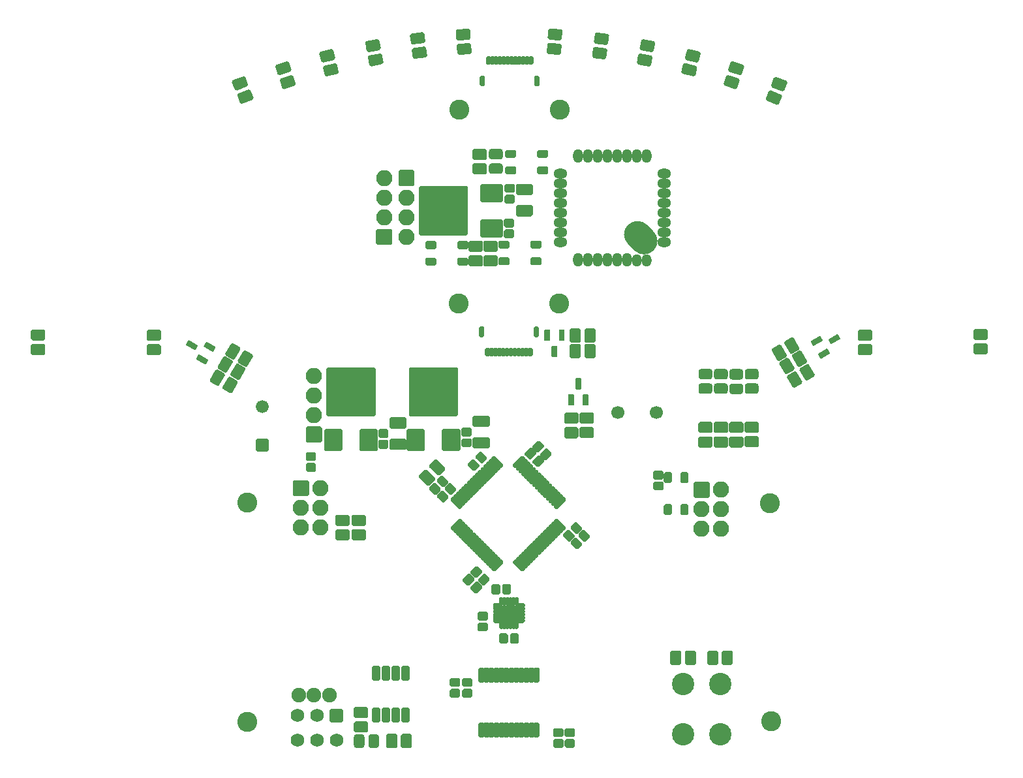
<source format=gts>
%TF.GenerationSoftware,KiCad,Pcbnew,(5.1.8)-1*%
%TF.CreationDate,2023-07-29T11:14:22+09:00*%
%TF.ProjectId,Tracer,54726163-6572-42e6-9b69-6361645f7063,rev?*%
%TF.SameCoordinates,Original*%
%TF.FileFunction,Soldermask,Top*%
%TF.FilePolarity,Negative*%
%FSLAX46Y46*%
G04 Gerber Fmt 4.6, Leading zero omitted, Abs format (unit mm)*
G04 Created by KiCad (PCBNEW (5.1.8)-1) date 2023-07-29 11:14:22*
%MOMM*%
%LPD*%
G01*
G04 APERTURE LIST*
%ADD10C,2.600000*%
%ADD11O,1.300000X1.600000*%
%ADD12O,1.300000X1.800000*%
%ADD13O,1.800000X1.300000*%
%ADD14O,2.100000X2.100000*%
%ADD15C,1.900000*%
%ADD16C,2.900000*%
%ADD17C,1.700000*%
%ADD18C,1.758000*%
%ADD19C,1.675000*%
G04 APERTURE END LIST*
%TO.C,R45*%
G36*
G01*
X112335000Y-59440000D02*
X110865000Y-59440000D01*
G75*
G02*
X110665000Y-59240000I0J200000D01*
G01*
X110665000Y-58200000D01*
G75*
G02*
X110865000Y-58000000I200000J0D01*
G01*
X112335000Y-58000000D01*
G75*
G02*
X112535000Y-58200000I0J-200000D01*
G01*
X112535000Y-59240000D01*
G75*
G02*
X112335000Y-59440000I-200000J0D01*
G01*
G37*
G36*
G01*
X112335000Y-61320000D02*
X110865000Y-61320000D01*
G75*
G02*
X110665000Y-61120000I0J200000D01*
G01*
X110665000Y-60080000D01*
G75*
G02*
X110865000Y-59880000I200000J0D01*
G01*
X112335000Y-59880000D01*
G75*
G02*
X112535000Y-60080000I0J-200000D01*
G01*
X112535000Y-61120000D01*
G75*
G02*
X112335000Y-61320000I-200000J0D01*
G01*
G37*
%TD*%
%TO.C,R44*%
G36*
G01*
X114235000Y-59440000D02*
X112765000Y-59440000D01*
G75*
G02*
X112565000Y-59240000I0J200000D01*
G01*
X112565000Y-58200000D01*
G75*
G02*
X112765000Y-58000000I200000J0D01*
G01*
X114235000Y-58000000D01*
G75*
G02*
X114435000Y-58200000I0J-200000D01*
G01*
X114435000Y-59240000D01*
G75*
G02*
X114235000Y-59440000I-200000J0D01*
G01*
G37*
G36*
G01*
X114235000Y-61320000D02*
X112765000Y-61320000D01*
G75*
G02*
X112565000Y-61120000I0J200000D01*
G01*
X112565000Y-60080000D01*
G75*
G02*
X112765000Y-59880000I200000J0D01*
G01*
X114235000Y-59880000D01*
G75*
G02*
X114435000Y-60080000I0J-200000D01*
G01*
X114435000Y-61120000D01*
G75*
G02*
X114235000Y-61320000I-200000J0D01*
G01*
G37*
%TD*%
%TO.C,J5*%
G36*
G01*
X119180000Y-37770000D02*
X119180000Y-36770000D01*
G75*
G02*
X119380000Y-36570000I200000J0D01*
G01*
X119680000Y-36570000D01*
G75*
G02*
X119880000Y-36770000I0J-200000D01*
G01*
X119880000Y-37770000D01*
G75*
G02*
X119680000Y-37970000I-200000J0D01*
G01*
X119380000Y-37970000D01*
G75*
G02*
X119180000Y-37770000I0J200000D01*
G01*
G37*
G36*
G01*
X112100000Y-37770000D02*
X112100000Y-36770000D01*
G75*
G02*
X112300000Y-36570000I200000J0D01*
G01*
X112600000Y-36570000D01*
G75*
G02*
X112800000Y-36770000I0J-200000D01*
G01*
X112800000Y-37770000D01*
G75*
G02*
X112600000Y-37970000I-200000J0D01*
G01*
X112300000Y-37970000D01*
G75*
G02*
X112100000Y-37770000I0J200000D01*
G01*
G37*
G36*
G01*
X118390000Y-34970000D02*
X118390000Y-34270000D01*
G75*
G02*
X118590000Y-34070000I200000J0D01*
G01*
X118890000Y-34070000D01*
G75*
G02*
X119090000Y-34270000I0J-200000D01*
G01*
X119090000Y-34970000D01*
G75*
G02*
X118890000Y-35170000I-200000J0D01*
G01*
X118590000Y-35170000D01*
G75*
G02*
X118390000Y-34970000I0J200000D01*
G01*
G37*
G36*
G01*
X117890000Y-34970000D02*
X117890000Y-34270000D01*
G75*
G02*
X118090000Y-34070000I200000J0D01*
G01*
X118390000Y-34070000D01*
G75*
G02*
X118590000Y-34270000I0J-200000D01*
G01*
X118590000Y-34970000D01*
G75*
G02*
X118390000Y-35170000I-200000J0D01*
G01*
X118090000Y-35170000D01*
G75*
G02*
X117890000Y-34970000I0J200000D01*
G01*
G37*
G36*
G01*
X117390000Y-34970000D02*
X117390000Y-34270000D01*
G75*
G02*
X117590000Y-34070000I200000J0D01*
G01*
X117890000Y-34070000D01*
G75*
G02*
X118090000Y-34270000I0J-200000D01*
G01*
X118090000Y-34970000D01*
G75*
G02*
X117890000Y-35170000I-200000J0D01*
G01*
X117590000Y-35170000D01*
G75*
G02*
X117390000Y-34970000I0J200000D01*
G01*
G37*
G36*
G01*
X116890000Y-34970000D02*
X116890000Y-34270000D01*
G75*
G02*
X117090000Y-34070000I200000J0D01*
G01*
X117390000Y-34070000D01*
G75*
G02*
X117590000Y-34270000I0J-200000D01*
G01*
X117590000Y-34970000D01*
G75*
G02*
X117390000Y-35170000I-200000J0D01*
G01*
X117090000Y-35170000D01*
G75*
G02*
X116890000Y-34970000I0J200000D01*
G01*
G37*
G36*
G01*
X116390000Y-34970000D02*
X116390000Y-34270000D01*
G75*
G02*
X116590000Y-34070000I200000J0D01*
G01*
X116890000Y-34070000D01*
G75*
G02*
X117090000Y-34270000I0J-200000D01*
G01*
X117090000Y-34970000D01*
G75*
G02*
X116890000Y-35170000I-200000J0D01*
G01*
X116590000Y-35170000D01*
G75*
G02*
X116390000Y-34970000I0J200000D01*
G01*
G37*
G36*
G01*
X115890000Y-34970000D02*
X115890000Y-34270000D01*
G75*
G02*
X116090000Y-34070000I200000J0D01*
G01*
X116390000Y-34070000D01*
G75*
G02*
X116590000Y-34270000I0J-200000D01*
G01*
X116590000Y-34970000D01*
G75*
G02*
X116390000Y-35170000I-200000J0D01*
G01*
X116090000Y-35170000D01*
G75*
G02*
X115890000Y-34970000I0J200000D01*
G01*
G37*
G36*
G01*
X115390000Y-34970000D02*
X115390000Y-34270000D01*
G75*
G02*
X115590000Y-34070000I200000J0D01*
G01*
X115890000Y-34070000D01*
G75*
G02*
X116090000Y-34270000I0J-200000D01*
G01*
X116090000Y-34970000D01*
G75*
G02*
X115890000Y-35170000I-200000J0D01*
G01*
X115590000Y-35170000D01*
G75*
G02*
X115390000Y-34970000I0J200000D01*
G01*
G37*
G36*
G01*
X114890000Y-34970000D02*
X114890000Y-34270000D01*
G75*
G02*
X115090000Y-34070000I200000J0D01*
G01*
X115390000Y-34070000D01*
G75*
G02*
X115590000Y-34270000I0J-200000D01*
G01*
X115590000Y-34970000D01*
G75*
G02*
X115390000Y-35170000I-200000J0D01*
G01*
X115090000Y-35170000D01*
G75*
G02*
X114890000Y-34970000I0J200000D01*
G01*
G37*
G36*
G01*
X114390000Y-34970000D02*
X114390000Y-34270000D01*
G75*
G02*
X114590000Y-34070000I200000J0D01*
G01*
X114890000Y-34070000D01*
G75*
G02*
X115090000Y-34270000I0J-200000D01*
G01*
X115090000Y-34970000D01*
G75*
G02*
X114890000Y-35170000I-200000J0D01*
G01*
X114590000Y-35170000D01*
G75*
G02*
X114390000Y-34970000I0J200000D01*
G01*
G37*
G36*
G01*
X113890000Y-34970000D02*
X113890000Y-34270000D01*
G75*
G02*
X114090000Y-34070000I200000J0D01*
G01*
X114390000Y-34070000D01*
G75*
G02*
X114590000Y-34270000I0J-200000D01*
G01*
X114590000Y-34970000D01*
G75*
G02*
X114390000Y-35170000I-200000J0D01*
G01*
X114090000Y-35170000D01*
G75*
G02*
X113890000Y-34970000I0J200000D01*
G01*
G37*
G36*
G01*
X113390000Y-34970000D02*
X113390000Y-34270000D01*
G75*
G02*
X113590000Y-34070000I200000J0D01*
G01*
X113890000Y-34070000D01*
G75*
G02*
X114090000Y-34270000I0J-200000D01*
G01*
X114090000Y-34970000D01*
G75*
G02*
X113890000Y-35170000I-200000J0D01*
G01*
X113590000Y-35170000D01*
G75*
G02*
X113390000Y-34970000I0J200000D01*
G01*
G37*
G36*
G01*
X112890000Y-34970000D02*
X112890000Y-34270000D01*
G75*
G02*
X113090000Y-34070000I200000J0D01*
G01*
X113390000Y-34070000D01*
G75*
G02*
X113590000Y-34270000I0J-200000D01*
G01*
X113590000Y-34970000D01*
G75*
G02*
X113390000Y-35170000I-200000J0D01*
G01*
X113090000Y-35170000D01*
G75*
G02*
X112890000Y-34970000I0J200000D01*
G01*
G37*
%TD*%
D10*
%TO.C,M2*%
X109499782Y-41001626D03*
%TD*%
%TO.C,D6*%
G36*
G01*
X114756250Y-47450000D02*
X113643750Y-47450000D01*
G75*
G02*
X113300000Y-47106250I0J343750D01*
G01*
X113300000Y-46418750D01*
G75*
G02*
X113643750Y-46075000I343750J0D01*
G01*
X114756250Y-46075000D01*
G75*
G02*
X115100000Y-46418750I0J-343750D01*
G01*
X115100000Y-47106250D01*
G75*
G02*
X114756250Y-47450000I-343750J0D01*
G01*
G37*
G36*
G01*
X114756250Y-49325000D02*
X113643750Y-49325000D01*
G75*
G02*
X113300000Y-48981250I0J343750D01*
G01*
X113300000Y-48293750D01*
G75*
G02*
X113643750Y-47950000I343750J0D01*
G01*
X114756250Y-47950000D01*
G75*
G02*
X115100000Y-48293750I0J-343750D01*
G01*
X115100000Y-48981250D01*
G75*
G02*
X114756250Y-49325000I-343750J0D01*
G01*
G37*
%TD*%
%TO.C,R26*%
G36*
G01*
X104875987Y-32378048D02*
X103417259Y-32559742D01*
G75*
G02*
X103194073Y-32385996I-24720J198466D01*
G01*
X103065527Y-31353970D01*
G75*
G02*
X103239273Y-31130784I198466J24720D01*
G01*
X104698001Y-30949090D01*
G75*
G02*
X104921187Y-31122836I24720J-198466D01*
G01*
X105049733Y-32154862D01*
G75*
G02*
X104875987Y-32378048I-198466J-24720D01*
G01*
G37*
G36*
G01*
X105108357Y-34243632D02*
X103649629Y-34425326D01*
G75*
G02*
X103426443Y-34251580I-24720J198466D01*
G01*
X103297897Y-33219554D01*
G75*
G02*
X103471643Y-32996368I198466J24720D01*
G01*
X104930371Y-32814674D01*
G75*
G02*
X105153557Y-32988420I24720J-198466D01*
G01*
X105282103Y-34020446D01*
G75*
G02*
X105108357Y-34243632I-198466J-24720D01*
G01*
G37*
%TD*%
%TO.C,R27*%
G36*
G01*
X99096846Y-33243705D02*
X97652405Y-33516635D01*
G75*
G02*
X97418749Y-33357245I-37133J196523D01*
G01*
X97225656Y-32335327D01*
G75*
G02*
X97385046Y-32101671I196523J37133D01*
G01*
X98829487Y-31828741D01*
G75*
G02*
X99063143Y-31988131I37133J-196523D01*
G01*
X99256236Y-33010049D01*
G75*
G02*
X99096846Y-33243705I-196523J-37133D01*
G01*
G37*
G36*
G01*
X99445900Y-35091017D02*
X98001459Y-35363947D01*
G75*
G02*
X97767803Y-35204557I-37133J196523D01*
G01*
X97574710Y-34182639D01*
G75*
G02*
X97734100Y-33948983I196523J37133D01*
G01*
X99178541Y-33676053D01*
G75*
G02*
X99412197Y-33835443I37133J-196523D01*
G01*
X99605290Y-34857361D01*
G75*
G02*
X99445900Y-35091017I-196523J-37133D01*
G01*
G37*
%TD*%
%TO.C,M2*%
X122499781Y-41001626D03*
%TD*%
%TO.C,R29*%
G36*
G01*
X87532888Y-36090243D02*
X86134045Y-36542057D01*
G75*
G02*
X85882255Y-36413209I-61471J190319D01*
G01*
X85562604Y-35423551D01*
G75*
G02*
X85691452Y-35171761I190319J61471D01*
G01*
X87090295Y-34719947D01*
G75*
G02*
X87342085Y-34848795I61471J-190319D01*
G01*
X87661736Y-35838453D01*
G75*
G02*
X87532888Y-36090243I-190319J-61471D01*
G01*
G37*
G36*
G01*
X88110718Y-37879241D02*
X86711875Y-38331055D01*
G75*
G02*
X86460085Y-38202207I-61471J190319D01*
G01*
X86140434Y-37212549D01*
G75*
G02*
X86269282Y-36960759I190319J61471D01*
G01*
X87668125Y-36508945D01*
G75*
G02*
X87919915Y-36637793I61471J-190319D01*
G01*
X88239566Y-37627451D01*
G75*
G02*
X88110718Y-37879241I-190319J-61471D01*
G01*
G37*
%TD*%
%TO.C,R28*%
G36*
G01*
X93215708Y-34514397D02*
X91791255Y-34877485D01*
G75*
G02*
X91548052Y-34733082I-49400J193803D01*
G01*
X91291173Y-33725306D01*
G75*
G02*
X91435576Y-33482103I193803J49400D01*
G01*
X92860029Y-33119015D01*
G75*
G02*
X93103232Y-33263418I49400J-193803D01*
G01*
X93360111Y-34271194D01*
G75*
G02*
X93215708Y-34514397I-193803J-49400D01*
G01*
G37*
G36*
G01*
X93680066Y-36336147D02*
X92255613Y-36699235D01*
G75*
G02*
X92012410Y-36554832I-49400J193803D01*
G01*
X91755531Y-35547056D01*
G75*
G02*
X91899934Y-35303853I193803J49400D01*
G01*
X93324387Y-34940765D01*
G75*
G02*
X93567590Y-35085168I49400J-193803D01*
G01*
X93824469Y-36092944D01*
G75*
G02*
X93680066Y-36336147I-193803J-49400D01*
G01*
G37*
%TD*%
%TO.C,R19*%
G36*
G01*
X140288745Y-34877485D02*
X138864292Y-34514397D01*
G75*
G02*
X138719889Y-34271194I49400J193803D01*
G01*
X138976768Y-33263418D01*
G75*
G02*
X139219971Y-33119015I193803J-49400D01*
G01*
X140644424Y-33482103D01*
G75*
G02*
X140788827Y-33725306I-49400J-193803D01*
G01*
X140531948Y-34733082D01*
G75*
G02*
X140288745Y-34877485I-193803J49400D01*
G01*
G37*
G36*
G01*
X139824387Y-36699235D02*
X138399934Y-36336147D01*
G75*
G02*
X138255531Y-36092944I49400J193803D01*
G01*
X138512410Y-35085168D01*
G75*
G02*
X138755613Y-34940765I193803J-49400D01*
G01*
X140180066Y-35303853D01*
G75*
G02*
X140324469Y-35547056I-49400J-193803D01*
G01*
X140067590Y-36554832D01*
G75*
G02*
X139824387Y-36699235I-193803J49400D01*
G01*
G37*
%TD*%
%TO.C,R17*%
G36*
G01*
X128546556Y-32592534D02*
X127087828Y-32410840D01*
G75*
G02*
X126914082Y-32187654I24720J198466D01*
G01*
X127042628Y-31155628D01*
G75*
G02*
X127265814Y-30981882I198466J-24720D01*
G01*
X128724542Y-31163576D01*
G75*
G02*
X128898288Y-31386762I-24720J-198466D01*
G01*
X128769742Y-32418788D01*
G75*
G02*
X128546556Y-32592534I-198466J24720D01*
G01*
G37*
G36*
G01*
X128314186Y-34458118D02*
X126855458Y-34276424D01*
G75*
G02*
X126681712Y-34053238I24720J198466D01*
G01*
X126810258Y-33021212D01*
G75*
G02*
X127033444Y-32847466I198466J-24720D01*
G01*
X128492172Y-33029160D01*
G75*
G02*
X128665918Y-33252346I-24720J-198466D01*
G01*
X128537372Y-34284372D01*
G75*
G02*
X128314186Y-34458118I-198466J24720D01*
G01*
G37*
%TD*%
%TO.C,R20*%
G36*
G01*
X145857040Y-36536556D02*
X144458197Y-36084742D01*
G75*
G02*
X144329349Y-35832952I61471J190319D01*
G01*
X144649000Y-34843294D01*
G75*
G02*
X144900790Y-34714446I190319J-61471D01*
G01*
X146299633Y-35166260D01*
G75*
G02*
X146428481Y-35418050I-61471J-190319D01*
G01*
X146108830Y-36407708D01*
G75*
G02*
X145857040Y-36536556I-190319J61471D01*
G01*
G37*
G36*
G01*
X145279210Y-38325554D02*
X143880367Y-37873740D01*
G75*
G02*
X143751519Y-37621950I61471J190319D01*
G01*
X144071170Y-36632292D01*
G75*
G02*
X144322960Y-36503444I190319J-61471D01*
G01*
X145721803Y-36955258D01*
G75*
G02*
X145850651Y-37207048I-61471J-190319D01*
G01*
X145531000Y-38196706D01*
G75*
G02*
X145279210Y-38325554I-190319J61471D01*
G01*
G37*
%TD*%
%TO.C,R18*%
G36*
G01*
X134453068Y-33540291D02*
X133008627Y-33267361D01*
G75*
G02*
X132849237Y-33033705I37133J196523D01*
G01*
X133042330Y-32011787D01*
G75*
G02*
X133275986Y-31852397I196523J-37133D01*
G01*
X134720427Y-32125327D01*
G75*
G02*
X134879817Y-32358983I-37133J-196523D01*
G01*
X134686724Y-33380901D01*
G75*
G02*
X134453068Y-33540291I-196523J37133D01*
G01*
G37*
G36*
G01*
X134104014Y-35387603D02*
X132659573Y-35114673D01*
G75*
G02*
X132500183Y-34881017I37133J196523D01*
G01*
X132693276Y-33859099D01*
G75*
G02*
X132926932Y-33699709I196523J-37133D01*
G01*
X134371373Y-33972639D01*
G75*
G02*
X134530763Y-34206295I-37133J-196523D01*
G01*
X134337670Y-35228213D01*
G75*
G02*
X134104014Y-35387603I-196523J37133D01*
G01*
G37*
%TD*%
%TO.C,R30*%
G36*
G01*
X81951069Y-37971792D02*
X80582417Y-38508160D01*
G75*
G02*
X80323231Y-38394924I-72975J186211D01*
G01*
X79943759Y-37426626D01*
G75*
G02*
X80056995Y-37167440I186211J72975D01*
G01*
X81425647Y-36631072D01*
G75*
G02*
X81684833Y-36744308I72975J-186211D01*
G01*
X82064305Y-37712606D01*
G75*
G02*
X81951069Y-37971792I-186211J-72975D01*
G01*
G37*
G36*
G01*
X82637037Y-39722176D02*
X81268385Y-40258544D01*
G75*
G02*
X81009199Y-40145308I-72975J186211D01*
G01*
X80629727Y-39177010D01*
G75*
G02*
X80742963Y-38917824I186211J72975D01*
G01*
X82111615Y-38381456D01*
G75*
G02*
X82370801Y-38494692I72975J-186211D01*
G01*
X82750273Y-39462990D01*
G75*
G02*
X82637037Y-39722176I-186211J-72975D01*
G01*
G37*
%TD*%
%TO.C,R21*%
G36*
G01*
X151397583Y-38608160D02*
X150028931Y-38071792D01*
G75*
G02*
X149915695Y-37812606I72975J186211D01*
G01*
X150295167Y-36844308D01*
G75*
G02*
X150554353Y-36731072I186211J-72975D01*
G01*
X151923005Y-37267440D01*
G75*
G02*
X152036241Y-37526626I-72975J-186211D01*
G01*
X151656769Y-38494924D01*
G75*
G02*
X151397583Y-38608160I-186211J72975D01*
G01*
G37*
G36*
G01*
X150711615Y-40358544D02*
X149342963Y-39822176D01*
G75*
G02*
X149229727Y-39562990I72975J186211D01*
G01*
X149609199Y-38594692D01*
G75*
G02*
X149868385Y-38481456I186211J-72975D01*
G01*
X151237037Y-39017824D01*
G75*
G02*
X151350273Y-39277010I-72975J-186211D01*
G01*
X150970801Y-40245308D01*
G75*
G02*
X150711615Y-40358544I-186211J72975D01*
G01*
G37*
%TD*%
%TO.C,R25*%
G36*
G01*
X110750713Y-31916138D02*
X109283613Y-32008440D01*
G75*
G02*
X109071450Y-31821393I-12558J199605D01*
G01*
X109006148Y-30783445D01*
G75*
G02*
X109193195Y-30571282I199605J12558D01*
G01*
X110660295Y-30478980D01*
G75*
G02*
X110872458Y-30666027I12558J-199605D01*
G01*
X110937760Y-31703975D01*
G75*
G02*
X110750713Y-31916138I-199605J-12558D01*
G01*
G37*
G36*
G01*
X110868759Y-33792428D02*
X109401659Y-33884730D01*
G75*
G02*
X109189496Y-33697683I-12558J199605D01*
G01*
X109124194Y-32659735D01*
G75*
G02*
X109311241Y-32447572I199605J12558D01*
G01*
X110778341Y-32355270D01*
G75*
G02*
X110990504Y-32542317I12558J-199605D01*
G01*
X111055806Y-33580265D01*
G75*
G02*
X110868759Y-33792428I-199605J-12558D01*
G01*
G37*
%TD*%
%TO.C,R16*%
G36*
G01*
X122578341Y-31984730D02*
X121111241Y-31892428D01*
G75*
G02*
X120924194Y-31680265I12558J199605D01*
G01*
X120989496Y-30642317D01*
G75*
G02*
X121201659Y-30455270I199605J-12558D01*
G01*
X122668759Y-30547572D01*
G75*
G02*
X122855806Y-30759735I-12558J-199605D01*
G01*
X122790504Y-31797683D01*
G75*
G02*
X122578341Y-31984730I-199605J12558D01*
G01*
G37*
G36*
G01*
X122460295Y-33861020D02*
X120993195Y-33768718D01*
G75*
G02*
X120806148Y-33556555I12558J199605D01*
G01*
X120871450Y-32518607D01*
G75*
G02*
X121083613Y-32331560I199605J-12558D01*
G01*
X122550713Y-32423862D01*
G75*
G02*
X122737760Y-32636025I-12558J-199605D01*
G01*
X122672458Y-33673973D01*
G75*
G02*
X122460295Y-33861020I-199605J12558D01*
G01*
G37*
%TD*%
%TO.C,R46*%
G36*
G01*
X112835000Y-47520000D02*
X111365000Y-47520000D01*
G75*
G02*
X111165000Y-47320000I0J200000D01*
G01*
X111165000Y-46280000D01*
G75*
G02*
X111365000Y-46080000I200000J0D01*
G01*
X112835000Y-46080000D01*
G75*
G02*
X113035000Y-46280000I0J-200000D01*
G01*
X113035000Y-47320000D01*
G75*
G02*
X112835000Y-47520000I-200000J0D01*
G01*
G37*
G36*
G01*
X112835000Y-49400000D02*
X111365000Y-49400000D01*
G75*
G02*
X111165000Y-49200000I0J200000D01*
G01*
X111165000Y-48160000D01*
G75*
G02*
X111365000Y-47960000I200000J0D01*
G01*
X112835000Y-47960000D01*
G75*
G02*
X113035000Y-48160000I0J-200000D01*
G01*
X113035000Y-49200000D01*
G75*
G02*
X112835000Y-49400000I-200000J0D01*
G01*
G37*
%TD*%
%TO.C,S2*%
G36*
G01*
X110425000Y-61225000D02*
X109375000Y-61225000D01*
G75*
G02*
X109175000Y-61025000I0J200000D01*
G01*
X109175000Y-60375000D01*
G75*
G02*
X109375000Y-60175000I200000J0D01*
G01*
X110425000Y-60175000D01*
G75*
G02*
X110625000Y-60375000I0J-200000D01*
G01*
X110625000Y-61025000D01*
G75*
G02*
X110425000Y-61225000I-200000J0D01*
G01*
G37*
G36*
G01*
X106275000Y-61225000D02*
X105225000Y-61225000D01*
G75*
G02*
X105025000Y-61025000I0J200000D01*
G01*
X105025000Y-60375000D01*
G75*
G02*
X105225000Y-60175000I200000J0D01*
G01*
X106275000Y-60175000D01*
G75*
G02*
X106475000Y-60375000I0J-200000D01*
G01*
X106475000Y-61025000D01*
G75*
G02*
X106275000Y-61225000I-200000J0D01*
G01*
G37*
G36*
G01*
X110425000Y-59075000D02*
X109375000Y-59075000D01*
G75*
G02*
X109175000Y-58875000I0J200000D01*
G01*
X109175000Y-58225000D01*
G75*
G02*
X109375000Y-58025000I200000J0D01*
G01*
X110425000Y-58025000D01*
G75*
G02*
X110625000Y-58225000I0J-200000D01*
G01*
X110625000Y-58875000D01*
G75*
G02*
X110425000Y-59075000I-200000J0D01*
G01*
G37*
G36*
G01*
X106275000Y-59075000D02*
X105225000Y-59075000D01*
G75*
G02*
X105025000Y-58875000I0J200000D01*
G01*
X105025000Y-58225000D01*
G75*
G02*
X105225000Y-58025000I200000J0D01*
G01*
X106275000Y-58025000D01*
G75*
G02*
X106475000Y-58225000I0J-200000D01*
G01*
X106475000Y-58875000D01*
G75*
G02*
X106275000Y-59075000I-200000J0D01*
G01*
G37*
%TD*%
%TO.C,S4*%
G36*
G01*
X120800000Y-49400000D02*
X119750000Y-49400000D01*
G75*
G02*
X119550000Y-49200000I0J200000D01*
G01*
X119550000Y-48550000D01*
G75*
G02*
X119750000Y-48350000I200000J0D01*
G01*
X120800000Y-48350000D01*
G75*
G02*
X121000000Y-48550000I0J-200000D01*
G01*
X121000000Y-49200000D01*
G75*
G02*
X120800000Y-49400000I-200000J0D01*
G01*
G37*
G36*
G01*
X116650000Y-49400000D02*
X115600000Y-49400000D01*
G75*
G02*
X115400000Y-49200000I0J200000D01*
G01*
X115400000Y-48550000D01*
G75*
G02*
X115600000Y-48350000I200000J0D01*
G01*
X116650000Y-48350000D01*
G75*
G02*
X116850000Y-48550000I0J-200000D01*
G01*
X116850000Y-49200000D01*
G75*
G02*
X116650000Y-49400000I-200000J0D01*
G01*
G37*
G36*
G01*
X120800000Y-47250000D02*
X119750000Y-47250000D01*
G75*
G02*
X119550000Y-47050000I0J200000D01*
G01*
X119550000Y-46400000D01*
G75*
G02*
X119750000Y-46200000I200000J0D01*
G01*
X120800000Y-46200000D01*
G75*
G02*
X121000000Y-46400000I0J-200000D01*
G01*
X121000000Y-47050000D01*
G75*
G02*
X120800000Y-47250000I-200000J0D01*
G01*
G37*
G36*
G01*
X116650000Y-47250000D02*
X115600000Y-47250000D01*
G75*
G02*
X115400000Y-47050000I0J200000D01*
G01*
X115400000Y-46400000D01*
G75*
G02*
X115600000Y-46200000I200000J0D01*
G01*
X116650000Y-46200000D01*
G75*
G02*
X116850000Y-46400000I0J-200000D01*
G01*
X116850000Y-47050000D01*
G75*
G02*
X116650000Y-47250000I-200000J0D01*
G01*
G37*
%TD*%
%TO.C,IC23*%
G36*
G01*
X110600000Y-51100000D02*
X110600000Y-57100000D01*
G75*
G02*
X110400000Y-57300000I-200000J0D01*
G01*
X104400000Y-57300000D01*
G75*
G02*
X104200000Y-57100000I0J200000D01*
G01*
X104200000Y-51100000D01*
G75*
G02*
X104400000Y-50900000I200000J0D01*
G01*
X110400000Y-50900000D01*
G75*
G02*
X110600000Y-51100000I0J-200000D01*
G01*
G37*
G36*
G01*
X114900000Y-53000000D02*
X112400000Y-53000000D01*
G75*
G02*
X112200000Y-52800000I0J200000D01*
G01*
X112200000Y-50800000D01*
G75*
G02*
X112400000Y-50600000I200000J0D01*
G01*
X114900000Y-50600000D01*
G75*
G02*
X115100000Y-50800000I0J-200000D01*
G01*
X115100000Y-52800000D01*
G75*
G02*
X114900000Y-53000000I-200000J0D01*
G01*
G37*
G36*
G01*
X114900000Y-57600000D02*
X112400000Y-57600000D01*
G75*
G02*
X112200000Y-57400000I0J200000D01*
G01*
X112200000Y-55400000D01*
G75*
G02*
X112400000Y-55200000I200000J0D01*
G01*
X114900000Y-55200000D01*
G75*
G02*
X115100000Y-55400000I0J-200000D01*
G01*
X115100000Y-57400000D01*
G75*
G02*
X114900000Y-57600000I-200000J0D01*
G01*
G37*
%TD*%
%TO.C,C24*%
G36*
G01*
X116990000Y-53365000D02*
X118810000Y-53365000D01*
G75*
G02*
X119010000Y-53565000I0J-200000D01*
G01*
X119010000Y-54635000D01*
G75*
G02*
X118810000Y-54835000I-200000J0D01*
G01*
X116990000Y-54835000D01*
G75*
G02*
X116790000Y-54635000I0J200000D01*
G01*
X116790000Y-53565000D01*
G75*
G02*
X116990000Y-53365000I200000J0D01*
G01*
G37*
G36*
G01*
X116990000Y-50605000D02*
X118810000Y-50605000D01*
G75*
G02*
X119010000Y-50805000I0J-200000D01*
G01*
X119010000Y-51875000D01*
G75*
G02*
X118810000Y-52075000I-200000J0D01*
G01*
X116990000Y-52075000D01*
G75*
G02*
X116790000Y-51875000I0J200000D01*
G01*
X116790000Y-50805000D01*
G75*
G02*
X116990000Y-50605000I200000J0D01*
G01*
G37*
%TD*%
%TO.C,S3*%
G36*
G01*
X119925000Y-61175000D02*
X118875000Y-61175000D01*
G75*
G02*
X118675000Y-60975000I0J200000D01*
G01*
X118675000Y-60325000D01*
G75*
G02*
X118875000Y-60125000I200000J0D01*
G01*
X119925000Y-60125000D01*
G75*
G02*
X120125000Y-60325000I0J-200000D01*
G01*
X120125000Y-60975000D01*
G75*
G02*
X119925000Y-61175000I-200000J0D01*
G01*
G37*
G36*
G01*
X115775000Y-61175000D02*
X114725000Y-61175000D01*
G75*
G02*
X114525000Y-60975000I0J200000D01*
G01*
X114525000Y-60325000D01*
G75*
G02*
X114725000Y-60125000I200000J0D01*
G01*
X115775000Y-60125000D01*
G75*
G02*
X115975000Y-60325000I0J-200000D01*
G01*
X115975000Y-60975000D01*
G75*
G02*
X115775000Y-61175000I-200000J0D01*
G01*
G37*
G36*
G01*
X119925000Y-59025000D02*
X118875000Y-59025000D01*
G75*
G02*
X118675000Y-58825000I0J200000D01*
G01*
X118675000Y-58175000D01*
G75*
G02*
X118875000Y-57975000I200000J0D01*
G01*
X119925000Y-57975000D01*
G75*
G02*
X120125000Y-58175000I0J-200000D01*
G01*
X120125000Y-58825000D01*
G75*
G02*
X119925000Y-59025000I-200000J0D01*
G01*
G37*
G36*
G01*
X115775000Y-59025000D02*
X114725000Y-59025000D01*
G75*
G02*
X114525000Y-58825000I0J200000D01*
G01*
X114525000Y-58175000D01*
G75*
G02*
X114725000Y-57975000I200000J0D01*
G01*
X115775000Y-57975000D01*
G75*
G02*
X115975000Y-58175000I0J-200000D01*
G01*
X115975000Y-58825000D01*
G75*
G02*
X115775000Y-59025000I-200000J0D01*
G01*
G37*
%TD*%
%TO.C,C22*%
G36*
G01*
X115430000Y-56525000D02*
X116370000Y-56525000D01*
G75*
G02*
X116570000Y-56725000I0J-200000D01*
G01*
X116570000Y-57475000D01*
G75*
G02*
X116370000Y-57675000I-200000J0D01*
G01*
X115430000Y-57675000D01*
G75*
G02*
X115230000Y-57475000I0J200000D01*
G01*
X115230000Y-56725000D01*
G75*
G02*
X115430000Y-56525000I200000J0D01*
G01*
G37*
G36*
G01*
X115430000Y-55125000D02*
X116370000Y-55125000D01*
G75*
G02*
X116570000Y-55325000I0J-200000D01*
G01*
X116570000Y-56075000D01*
G75*
G02*
X116370000Y-56275000I-200000J0D01*
G01*
X115430000Y-56275000D01*
G75*
G02*
X115230000Y-56075000I0J200000D01*
G01*
X115230000Y-55325000D01*
G75*
G02*
X115430000Y-55125000I200000J0D01*
G01*
G37*
%TD*%
%TO.C,U1*%
G36*
G01*
X134661701Y-59261701D02*
X134661701Y-59261701D01*
G75*
G02*
X132186827Y-59261701I-1237437J1237437D01*
G01*
X131338299Y-58413173D01*
G75*
G02*
X131338299Y-55938299I1237437J1237437D01*
G01*
X131338299Y-55938299D01*
G75*
G02*
X133813173Y-55938299I1237437J-1237437D01*
G01*
X134661701Y-56786827D01*
G75*
G02*
X134661701Y-59261701I-1237437J-1237437D01*
G01*
G37*
D11*
X133745000Y-60535000D03*
X132475000Y-60535000D03*
D12*
X131205000Y-60435000D03*
X129935000Y-60435000D03*
X128665000Y-60435000D03*
X127395000Y-60435000D03*
X126125000Y-60435000D03*
X124855000Y-60435000D03*
D13*
X122565000Y-58145000D03*
X122565000Y-56875000D03*
X122565000Y-55605000D03*
X122565000Y-54335000D03*
X122565000Y-53065000D03*
X122565000Y-51795000D03*
X122565000Y-50525000D03*
X122565000Y-49255000D03*
D12*
X124855000Y-46965000D03*
X126125000Y-46965000D03*
X127395000Y-46965000D03*
X128665000Y-46965000D03*
X129935000Y-46965000D03*
X131205000Y-46965000D03*
X132475000Y-46965000D03*
X133745000Y-46965000D03*
D13*
X136035000Y-49255000D03*
X136035000Y-50525000D03*
X136035000Y-51795000D03*
X136035000Y-53065000D03*
X136035000Y-54335000D03*
X136035000Y-55605000D03*
X136035000Y-56875000D03*
X136035000Y-58145000D03*
%TD*%
%TO.C,C23*%
G36*
G01*
X115530000Y-52025000D02*
X116470000Y-52025000D01*
G75*
G02*
X116670000Y-52225000I0J-200000D01*
G01*
X116670000Y-52975000D01*
G75*
G02*
X116470000Y-53175000I-200000J0D01*
G01*
X115530000Y-53175000D01*
G75*
G02*
X115330000Y-52975000I0J200000D01*
G01*
X115330000Y-52225000D01*
G75*
G02*
X115530000Y-52025000I200000J0D01*
G01*
G37*
G36*
G01*
X115530000Y-50625000D02*
X116470000Y-50625000D01*
G75*
G02*
X116670000Y-50825000I0J-200000D01*
G01*
X116670000Y-51575000D01*
G75*
G02*
X116470000Y-51775000I-200000J0D01*
G01*
X115530000Y-51775000D01*
G75*
G02*
X115330000Y-51575000I0J200000D01*
G01*
X115330000Y-50825000D01*
G75*
G02*
X115530000Y-50625000I200000J0D01*
G01*
G37*
%TD*%
D14*
%TO.C,J7*%
X99700000Y-49880000D03*
X99700000Y-52420000D03*
X99700000Y-54960000D03*
G36*
G01*
X98650000Y-58350000D02*
X98650000Y-56650000D01*
G75*
G02*
X98850000Y-56450000I200000J0D01*
G01*
X100550000Y-56450000D01*
G75*
G02*
X100750000Y-56650000I0J-200000D01*
G01*
X100750000Y-58350000D01*
G75*
G02*
X100550000Y-58550000I-200000J0D01*
G01*
X98850000Y-58550000D01*
G75*
G02*
X98650000Y-58350000I0J200000D01*
G01*
G37*
%TD*%
%TO.C,J8*%
X102600000Y-57490000D03*
X102600000Y-54950000D03*
X102600000Y-52410000D03*
G36*
G01*
X101550000Y-50720000D02*
X101550000Y-49020000D01*
G75*
G02*
X101750000Y-48820000I200000J0D01*
G01*
X103450000Y-48820000D01*
G75*
G02*
X103650000Y-49020000I0J-200000D01*
G01*
X103650000Y-50720000D01*
G75*
G02*
X103450000Y-50920000I-200000J0D01*
G01*
X101750000Y-50920000D01*
G75*
G02*
X101550000Y-50720000I0J200000D01*
G01*
G37*
%TD*%
%TO.C,D1*%
G36*
G01*
X97650000Y-123456250D02*
X97650000Y-122343750D01*
G75*
G02*
X97993750Y-122000000I343750J0D01*
G01*
X98681250Y-122000000D01*
G75*
G02*
X99025000Y-122343750I0J-343750D01*
G01*
X99025000Y-123456250D01*
G75*
G02*
X98681250Y-123800000I-343750J0D01*
G01*
X97993750Y-123800000D01*
G75*
G02*
X97650000Y-123456250I0J343750D01*
G01*
G37*
G36*
G01*
X95775000Y-123456250D02*
X95775000Y-122343750D01*
G75*
G02*
X96118750Y-122000000I343750J0D01*
G01*
X96806250Y-122000000D01*
G75*
G02*
X97150000Y-122343750I0J-343750D01*
G01*
X97150000Y-123456250D01*
G75*
G02*
X96806250Y-123800000I-343750J0D01*
G01*
X96118750Y-123800000D01*
G75*
G02*
X95775000Y-123456250I0J343750D01*
G01*
G37*
%TD*%
D15*
%TO.C,J1*%
X92600000Y-116900000D03*
X90600000Y-116900000D03*
X88600000Y-116900000D03*
%TD*%
%TO.C,R6*%
G36*
G01*
X138280000Y-111365000D02*
X138280000Y-112835000D01*
G75*
G02*
X138080000Y-113035000I-200000J0D01*
G01*
X137040000Y-113035000D01*
G75*
G02*
X136840000Y-112835000I0J200000D01*
G01*
X136840000Y-111365000D01*
G75*
G02*
X137040000Y-111165000I200000J0D01*
G01*
X138080000Y-111165000D01*
G75*
G02*
X138280000Y-111365000I0J-200000D01*
G01*
G37*
G36*
G01*
X140160000Y-111365000D02*
X140160000Y-112835000D01*
G75*
G02*
X139960000Y-113035000I-200000J0D01*
G01*
X138920000Y-113035000D01*
G75*
G02*
X138720000Y-112835000I0J200000D01*
G01*
X138720000Y-111365000D01*
G75*
G02*
X138920000Y-111165000I200000J0D01*
G01*
X139960000Y-111165000D01*
G75*
G02*
X140160000Y-111365000I0J-200000D01*
G01*
G37*
%TD*%
D16*
%TO.C,SW2*%
X143300000Y-115500000D03*
X143300000Y-122000000D03*
%TD*%
%TO.C,R8*%
G36*
G01*
X70535000Y-70980000D02*
X69065000Y-70980000D01*
G75*
G02*
X68865000Y-70780000I0J200000D01*
G01*
X68865000Y-69740000D01*
G75*
G02*
X69065000Y-69540000I200000J0D01*
G01*
X70535000Y-69540000D01*
G75*
G02*
X70735000Y-69740000I0J-200000D01*
G01*
X70735000Y-70780000D01*
G75*
G02*
X70535000Y-70980000I-200000J0D01*
G01*
G37*
G36*
G01*
X70535000Y-72860000D02*
X69065000Y-72860000D01*
G75*
G02*
X68865000Y-72660000I0J200000D01*
G01*
X68865000Y-71620000D01*
G75*
G02*
X69065000Y-71420000I200000J0D01*
G01*
X70535000Y-71420000D01*
G75*
G02*
X70735000Y-71620000I0J-200000D01*
G01*
X70735000Y-72660000D01*
G75*
G02*
X70535000Y-72860000I-200000J0D01*
G01*
G37*
%TD*%
%TO.C,R42*%
G36*
G01*
X125240000Y-69565000D02*
X125240000Y-71035000D01*
G75*
G02*
X125040000Y-71235000I-200000J0D01*
G01*
X124000000Y-71235000D01*
G75*
G02*
X123800000Y-71035000I0J200000D01*
G01*
X123800000Y-69565000D01*
G75*
G02*
X124000000Y-69365000I200000J0D01*
G01*
X125040000Y-69365000D01*
G75*
G02*
X125240000Y-69565000I0J-200000D01*
G01*
G37*
G36*
G01*
X127120000Y-69565000D02*
X127120000Y-71035000D01*
G75*
G02*
X126920000Y-71235000I-200000J0D01*
G01*
X125880000Y-71235000D01*
G75*
G02*
X125680000Y-71035000I0J200000D01*
G01*
X125680000Y-69565000D01*
G75*
G02*
X125880000Y-69365000I200000J0D01*
G01*
X126920000Y-69365000D01*
G75*
G02*
X127120000Y-69565000I0J-200000D01*
G01*
G37*
%TD*%
%TO.C,SW3*%
X138500000Y-115500000D03*
X138500000Y-122000000D03*
%TD*%
%TO.C,R14*%
G36*
G01*
X162835000Y-70980000D02*
X161365000Y-70980000D01*
G75*
G02*
X161165000Y-70780000I0J200000D01*
G01*
X161165000Y-69740000D01*
G75*
G02*
X161365000Y-69540000I200000J0D01*
G01*
X162835000Y-69540000D01*
G75*
G02*
X163035000Y-69740000I0J-200000D01*
G01*
X163035000Y-70780000D01*
G75*
G02*
X162835000Y-70980000I-200000J0D01*
G01*
G37*
G36*
G01*
X162835000Y-72860000D02*
X161365000Y-72860000D01*
G75*
G02*
X161165000Y-72660000I0J200000D01*
G01*
X161165000Y-71620000D01*
G75*
G02*
X161365000Y-71420000I200000J0D01*
G01*
X162835000Y-71420000D01*
G75*
G02*
X163035000Y-71620000I0J-200000D01*
G01*
X163035000Y-72660000D01*
G75*
G02*
X162835000Y-72860000I-200000J0D01*
G01*
G37*
%TD*%
%TO.C,R38*%
G36*
G01*
X152343962Y-72596529D02*
X151608962Y-71323471D01*
G75*
G02*
X151682167Y-71050266I173205J100000D01*
G01*
X152582833Y-70530266D01*
G75*
G02*
X152856038Y-70603471I100000J-173205D01*
G01*
X153591038Y-71876529D01*
G75*
G02*
X153517833Y-72149734I-173205J-100000D01*
G01*
X152617167Y-72669734D01*
G75*
G02*
X152343962Y-72596529I-100000J173205D01*
G01*
G37*
G36*
G01*
X150715834Y-73536529D02*
X149980834Y-72263471D01*
G75*
G02*
X150054039Y-71990266I173205J100000D01*
G01*
X150954705Y-71470266D01*
G75*
G02*
X151227910Y-71543471I100000J-173205D01*
G01*
X151962910Y-72816529D01*
G75*
G02*
X151889705Y-73089734I-173205J-100000D01*
G01*
X150989039Y-73609734D01*
G75*
G02*
X150715834Y-73536529I-100000J173205D01*
G01*
G37*
%TD*%
%TO.C,R13*%
G36*
G01*
X177835000Y-70880000D02*
X176365000Y-70880000D01*
G75*
G02*
X176165000Y-70680000I0J200000D01*
G01*
X176165000Y-69640000D01*
G75*
G02*
X176365000Y-69440000I200000J0D01*
G01*
X177835000Y-69440000D01*
G75*
G02*
X178035000Y-69640000I0J-200000D01*
G01*
X178035000Y-70680000D01*
G75*
G02*
X177835000Y-70880000I-200000J0D01*
G01*
G37*
G36*
G01*
X177835000Y-72760000D02*
X176365000Y-72760000D01*
G75*
G02*
X176165000Y-72560000I0J200000D01*
G01*
X176165000Y-71520000D01*
G75*
G02*
X176365000Y-71320000I200000J0D01*
G01*
X177835000Y-71320000D01*
G75*
G02*
X178035000Y-71520000I0J-200000D01*
G01*
X178035000Y-72560000D01*
G75*
G02*
X177835000Y-72760000I-200000J0D01*
G01*
G37*
%TD*%
%TO.C,R4*%
G36*
G01*
X103300000Y-122165000D02*
X103300000Y-123635000D01*
G75*
G02*
X103100000Y-123835000I-200000J0D01*
G01*
X102060000Y-123835000D01*
G75*
G02*
X101860000Y-123635000I0J200000D01*
G01*
X101860000Y-122165000D01*
G75*
G02*
X102060000Y-121965000I200000J0D01*
G01*
X103100000Y-121965000D01*
G75*
G02*
X103300000Y-122165000I0J-200000D01*
G01*
G37*
G36*
G01*
X101420000Y-122165000D02*
X101420000Y-123635000D01*
G75*
G02*
X101220000Y-123835000I-200000J0D01*
G01*
X100180000Y-123835000D01*
G75*
G02*
X99980000Y-123635000I0J200000D01*
G01*
X99980000Y-122165000D01*
G75*
G02*
X100180000Y-121965000I200000J0D01*
G01*
X101220000Y-121965000D01*
G75*
G02*
X101420000Y-122165000I0J-200000D01*
G01*
G37*
%TD*%
%TO.C,R7*%
G36*
G01*
X146665000Y-83360000D02*
X148135000Y-83360000D01*
G75*
G02*
X148335000Y-83560000I0J-200000D01*
G01*
X148335000Y-84600000D01*
G75*
G02*
X148135000Y-84800000I-200000J0D01*
G01*
X146665000Y-84800000D01*
G75*
G02*
X146465000Y-84600000I0J200000D01*
G01*
X146465000Y-83560000D01*
G75*
G02*
X146665000Y-83360000I200000J0D01*
G01*
G37*
G36*
G01*
X146665000Y-81480000D02*
X148135000Y-81480000D01*
G75*
G02*
X148335000Y-81680000I0J-200000D01*
G01*
X148335000Y-82720000D01*
G75*
G02*
X148135000Y-82920000I-200000J0D01*
G01*
X146665000Y-82920000D01*
G75*
G02*
X146465000Y-82720000I0J200000D01*
G01*
X146465000Y-81680000D01*
G75*
G02*
X146665000Y-81480000I200000J0D01*
G01*
G37*
%TD*%
%TO.C,R15*%
G36*
G01*
X80708962Y-73576529D02*
X81443962Y-72303471D01*
G75*
G02*
X81717167Y-72230266I173205J-100000D01*
G01*
X82617833Y-72750266D01*
G75*
G02*
X82691038Y-73023471I-100000J-173205D01*
G01*
X81956038Y-74296529D01*
G75*
G02*
X81682833Y-74369734I-173205J100000D01*
G01*
X80782167Y-73849734D01*
G75*
G02*
X80708962Y-73576529I100000J173205D01*
G01*
G37*
G36*
G01*
X79080834Y-72636529D02*
X79815834Y-71363471D01*
G75*
G02*
X80089039Y-71290266I173205J-100000D01*
G01*
X80989705Y-71810266D01*
G75*
G02*
X81062910Y-72083471I-100000J-173205D01*
G01*
X80327910Y-73356529D01*
G75*
G02*
X80054705Y-73429734I-173205J100000D01*
G01*
X79154039Y-72909734D01*
G75*
G02*
X79080834Y-72636529I100000J173205D01*
G01*
G37*
%TD*%
%TO.C,IC5*%
G36*
G01*
X115025000Y-105305000D02*
X116775000Y-105305000D01*
G75*
G02*
X116975000Y-105505000I0J-200000D01*
G01*
X116975000Y-107095000D01*
G75*
G02*
X116775000Y-107295000I-200000J0D01*
G01*
X115025000Y-107295000D01*
G75*
G02*
X114825000Y-107095000I0J200000D01*
G01*
X114825000Y-105505000D01*
G75*
G02*
X115025000Y-105305000I200000J0D01*
G01*
G37*
G36*
G01*
X117025000Y-105000000D02*
X117775000Y-105000000D01*
G75*
G02*
X117975000Y-105200000I0J-200000D01*
G01*
X117975000Y-105400000D01*
G75*
G02*
X117775000Y-105600000I-200000J0D01*
G01*
X117025000Y-105600000D01*
G75*
G02*
X116825000Y-105400000I0J200000D01*
G01*
X116825000Y-105200000D01*
G75*
G02*
X117025000Y-105000000I200000J0D01*
G01*
G37*
G36*
G01*
X117025000Y-105400000D02*
X117775000Y-105400000D01*
G75*
G02*
X117975000Y-105600000I0J-200000D01*
G01*
X117975000Y-105800000D01*
G75*
G02*
X117775000Y-106000000I-200000J0D01*
G01*
X117025000Y-106000000D01*
G75*
G02*
X116825000Y-105800000I0J200000D01*
G01*
X116825000Y-105600000D01*
G75*
G02*
X117025000Y-105400000I200000J0D01*
G01*
G37*
G36*
G01*
X117025000Y-105800000D02*
X117775000Y-105800000D01*
G75*
G02*
X117975000Y-106000000I0J-200000D01*
G01*
X117975000Y-106200000D01*
G75*
G02*
X117775000Y-106400000I-200000J0D01*
G01*
X117025000Y-106400000D01*
G75*
G02*
X116825000Y-106200000I0J200000D01*
G01*
X116825000Y-106000000D01*
G75*
G02*
X117025000Y-105800000I200000J0D01*
G01*
G37*
G36*
G01*
X117025000Y-106200000D02*
X117775000Y-106200000D01*
G75*
G02*
X117975000Y-106400000I0J-200000D01*
G01*
X117975000Y-106600000D01*
G75*
G02*
X117775000Y-106800000I-200000J0D01*
G01*
X117025000Y-106800000D01*
G75*
G02*
X116825000Y-106600000I0J200000D01*
G01*
X116825000Y-106400000D01*
G75*
G02*
X117025000Y-106200000I200000J0D01*
G01*
G37*
G36*
G01*
X117025000Y-106600000D02*
X117775000Y-106600000D01*
G75*
G02*
X117975000Y-106800000I0J-200000D01*
G01*
X117975000Y-107000000D01*
G75*
G02*
X117775000Y-107200000I-200000J0D01*
G01*
X117025000Y-107200000D01*
G75*
G02*
X116825000Y-107000000I0J200000D01*
G01*
X116825000Y-106800000D01*
G75*
G02*
X117025000Y-106600000I200000J0D01*
G01*
G37*
G36*
G01*
X117025000Y-107000000D02*
X117775000Y-107000000D01*
G75*
G02*
X117975000Y-107200000I0J-200000D01*
G01*
X117975000Y-107400000D01*
G75*
G02*
X117775000Y-107600000I-200000J0D01*
G01*
X117025000Y-107600000D01*
G75*
G02*
X116825000Y-107400000I0J200000D01*
G01*
X116825000Y-107200000D01*
G75*
G02*
X117025000Y-107000000I200000J0D01*
G01*
G37*
G36*
G01*
X116600000Y-108175000D02*
X116600000Y-107425000D01*
G75*
G02*
X116800000Y-107225000I200000J0D01*
G01*
X117000000Y-107225000D01*
G75*
G02*
X117200000Y-107425000I0J-200000D01*
G01*
X117200000Y-108175000D01*
G75*
G02*
X117000000Y-108375000I-200000J0D01*
G01*
X116800000Y-108375000D01*
G75*
G02*
X116600000Y-108175000I0J200000D01*
G01*
G37*
G36*
G01*
X116200000Y-108175000D02*
X116200000Y-107425000D01*
G75*
G02*
X116400000Y-107225000I200000J0D01*
G01*
X116600000Y-107225000D01*
G75*
G02*
X116800000Y-107425000I0J-200000D01*
G01*
X116800000Y-108175000D01*
G75*
G02*
X116600000Y-108375000I-200000J0D01*
G01*
X116400000Y-108375000D01*
G75*
G02*
X116200000Y-108175000I0J200000D01*
G01*
G37*
G36*
G01*
X115800000Y-108175000D02*
X115800000Y-107425000D01*
G75*
G02*
X116000000Y-107225000I200000J0D01*
G01*
X116200000Y-107225000D01*
G75*
G02*
X116400000Y-107425000I0J-200000D01*
G01*
X116400000Y-108175000D01*
G75*
G02*
X116200000Y-108375000I-200000J0D01*
G01*
X116000000Y-108375000D01*
G75*
G02*
X115800000Y-108175000I0J200000D01*
G01*
G37*
G36*
G01*
X115400000Y-108175000D02*
X115400000Y-107425000D01*
G75*
G02*
X115600000Y-107225000I200000J0D01*
G01*
X115800000Y-107225000D01*
G75*
G02*
X116000000Y-107425000I0J-200000D01*
G01*
X116000000Y-108175000D01*
G75*
G02*
X115800000Y-108375000I-200000J0D01*
G01*
X115600000Y-108375000D01*
G75*
G02*
X115400000Y-108175000I0J200000D01*
G01*
G37*
G36*
G01*
X115000000Y-108175000D02*
X115000000Y-107425000D01*
G75*
G02*
X115200000Y-107225000I200000J0D01*
G01*
X115400000Y-107225000D01*
G75*
G02*
X115600000Y-107425000I0J-200000D01*
G01*
X115600000Y-108175000D01*
G75*
G02*
X115400000Y-108375000I-200000J0D01*
G01*
X115200000Y-108375000D01*
G75*
G02*
X115000000Y-108175000I0J200000D01*
G01*
G37*
G36*
G01*
X114600000Y-108175000D02*
X114600000Y-107425000D01*
G75*
G02*
X114800000Y-107225000I200000J0D01*
G01*
X115000000Y-107225000D01*
G75*
G02*
X115200000Y-107425000I0J-200000D01*
G01*
X115200000Y-108175000D01*
G75*
G02*
X115000000Y-108375000I-200000J0D01*
G01*
X114800000Y-108375000D01*
G75*
G02*
X114600000Y-108175000I0J200000D01*
G01*
G37*
G36*
G01*
X114025000Y-107000000D02*
X114775000Y-107000000D01*
G75*
G02*
X114975000Y-107200000I0J-200000D01*
G01*
X114975000Y-107400000D01*
G75*
G02*
X114775000Y-107600000I-200000J0D01*
G01*
X114025000Y-107600000D01*
G75*
G02*
X113825000Y-107400000I0J200000D01*
G01*
X113825000Y-107200000D01*
G75*
G02*
X114025000Y-107000000I200000J0D01*
G01*
G37*
G36*
G01*
X114025000Y-106600000D02*
X114775000Y-106600000D01*
G75*
G02*
X114975000Y-106800000I0J-200000D01*
G01*
X114975000Y-107000000D01*
G75*
G02*
X114775000Y-107200000I-200000J0D01*
G01*
X114025000Y-107200000D01*
G75*
G02*
X113825000Y-107000000I0J200000D01*
G01*
X113825000Y-106800000D01*
G75*
G02*
X114025000Y-106600000I200000J0D01*
G01*
G37*
G36*
G01*
X114025000Y-106200000D02*
X114775000Y-106200000D01*
G75*
G02*
X114975000Y-106400000I0J-200000D01*
G01*
X114975000Y-106600000D01*
G75*
G02*
X114775000Y-106800000I-200000J0D01*
G01*
X114025000Y-106800000D01*
G75*
G02*
X113825000Y-106600000I0J200000D01*
G01*
X113825000Y-106400000D01*
G75*
G02*
X114025000Y-106200000I200000J0D01*
G01*
G37*
G36*
G01*
X114025000Y-105800000D02*
X114775000Y-105800000D01*
G75*
G02*
X114975000Y-106000000I0J-200000D01*
G01*
X114975000Y-106200000D01*
G75*
G02*
X114775000Y-106400000I-200000J0D01*
G01*
X114025000Y-106400000D01*
G75*
G02*
X113825000Y-106200000I0J200000D01*
G01*
X113825000Y-106000000D01*
G75*
G02*
X114025000Y-105800000I200000J0D01*
G01*
G37*
G36*
G01*
X114025000Y-105400000D02*
X114775000Y-105400000D01*
G75*
G02*
X114975000Y-105600000I0J-200000D01*
G01*
X114975000Y-105800000D01*
G75*
G02*
X114775000Y-106000000I-200000J0D01*
G01*
X114025000Y-106000000D01*
G75*
G02*
X113825000Y-105800000I0J200000D01*
G01*
X113825000Y-105600000D01*
G75*
G02*
X114025000Y-105400000I200000J0D01*
G01*
G37*
G36*
G01*
X114025000Y-105000000D02*
X114775000Y-105000000D01*
G75*
G02*
X114975000Y-105200000I0J-200000D01*
G01*
X114975000Y-105400000D01*
G75*
G02*
X114775000Y-105600000I-200000J0D01*
G01*
X114025000Y-105600000D01*
G75*
G02*
X113825000Y-105400000I0J200000D01*
G01*
X113825000Y-105200000D01*
G75*
G02*
X114025000Y-105000000I200000J0D01*
G01*
G37*
G36*
G01*
X114600000Y-105175000D02*
X114600000Y-104425000D01*
G75*
G02*
X114800000Y-104225000I200000J0D01*
G01*
X115000000Y-104225000D01*
G75*
G02*
X115200000Y-104425000I0J-200000D01*
G01*
X115200000Y-105175000D01*
G75*
G02*
X115000000Y-105375000I-200000J0D01*
G01*
X114800000Y-105375000D01*
G75*
G02*
X114600000Y-105175000I0J200000D01*
G01*
G37*
G36*
G01*
X115000000Y-105175000D02*
X115000000Y-104425000D01*
G75*
G02*
X115200000Y-104225000I200000J0D01*
G01*
X115400000Y-104225000D01*
G75*
G02*
X115600000Y-104425000I0J-200000D01*
G01*
X115600000Y-105175000D01*
G75*
G02*
X115400000Y-105375000I-200000J0D01*
G01*
X115200000Y-105375000D01*
G75*
G02*
X115000000Y-105175000I0J200000D01*
G01*
G37*
G36*
G01*
X115400000Y-105175000D02*
X115400000Y-104425000D01*
G75*
G02*
X115600000Y-104225000I200000J0D01*
G01*
X115800000Y-104225000D01*
G75*
G02*
X116000000Y-104425000I0J-200000D01*
G01*
X116000000Y-105175000D01*
G75*
G02*
X115800000Y-105375000I-200000J0D01*
G01*
X115600000Y-105375000D01*
G75*
G02*
X115400000Y-105175000I0J200000D01*
G01*
G37*
G36*
G01*
X115800000Y-105175000D02*
X115800000Y-104425000D01*
G75*
G02*
X116000000Y-104225000I200000J0D01*
G01*
X116200000Y-104225000D01*
G75*
G02*
X116400000Y-104425000I0J-200000D01*
G01*
X116400000Y-105175000D01*
G75*
G02*
X116200000Y-105375000I-200000J0D01*
G01*
X116000000Y-105375000D01*
G75*
G02*
X115800000Y-105175000I0J200000D01*
G01*
G37*
G36*
G01*
X116200000Y-105175000D02*
X116200000Y-104425000D01*
G75*
G02*
X116400000Y-104225000I200000J0D01*
G01*
X116600000Y-104225000D01*
G75*
G02*
X116800000Y-104425000I0J-200000D01*
G01*
X116800000Y-105175000D01*
G75*
G02*
X116600000Y-105375000I-200000J0D01*
G01*
X116400000Y-105375000D01*
G75*
G02*
X116200000Y-105175000I0J200000D01*
G01*
G37*
G36*
G01*
X116600000Y-105175000D02*
X116600000Y-104425000D01*
G75*
G02*
X116800000Y-104225000I200000J0D01*
G01*
X117000000Y-104225000D01*
G75*
G02*
X117200000Y-104425000I0J-200000D01*
G01*
X117200000Y-105175000D01*
G75*
G02*
X117000000Y-105375000I-200000J0D01*
G01*
X116800000Y-105375000D01*
G75*
G02*
X116600000Y-105175000I0J200000D01*
G01*
G37*
%TD*%
%TO.C,IC6*%
G36*
G01*
X122235025Y-94049585D02*
X123278007Y-95092567D01*
G75*
G02*
X123278007Y-95375409I-141421J-141421D01*
G01*
X123065875Y-95587541D01*
G75*
G02*
X122783033Y-95587541I-141421J141421D01*
G01*
X121740051Y-94544559D01*
G75*
G02*
X121740051Y-94261717I141421J141421D01*
G01*
X121952183Y-94049585D01*
G75*
G02*
X122235025Y-94049585I141421J-141421D01*
G01*
G37*
G36*
G01*
X121881472Y-94403139D02*
X122924454Y-95446121D01*
G75*
G02*
X122924454Y-95728963I-141421J-141421D01*
G01*
X122712322Y-95941095D01*
G75*
G02*
X122429480Y-95941095I-141421J141421D01*
G01*
X121386498Y-94898113D01*
G75*
G02*
X121386498Y-94615271I141421J141421D01*
G01*
X121598630Y-94403139D01*
G75*
G02*
X121881472Y-94403139I141421J-141421D01*
G01*
G37*
G36*
G01*
X121527918Y-94756692D02*
X122570900Y-95799674D01*
G75*
G02*
X122570900Y-96082516I-141421J-141421D01*
G01*
X122358768Y-96294648D01*
G75*
G02*
X122075926Y-96294648I-141421J141421D01*
G01*
X121032944Y-95251666D01*
G75*
G02*
X121032944Y-94968824I141421J141421D01*
G01*
X121245076Y-94756692D01*
G75*
G02*
X121527918Y-94756692I141421J-141421D01*
G01*
G37*
G36*
G01*
X121174365Y-95110245D02*
X122217347Y-96153227D01*
G75*
G02*
X122217347Y-96436069I-141421J-141421D01*
G01*
X122005215Y-96648201D01*
G75*
G02*
X121722373Y-96648201I-141421J141421D01*
G01*
X120679391Y-95605219D01*
G75*
G02*
X120679391Y-95322377I141421J141421D01*
G01*
X120891523Y-95110245D01*
G75*
G02*
X121174365Y-95110245I141421J-141421D01*
G01*
G37*
G36*
G01*
X120820812Y-95463799D02*
X121863794Y-96506781D01*
G75*
G02*
X121863794Y-96789623I-141421J-141421D01*
G01*
X121651662Y-97001755D01*
G75*
G02*
X121368820Y-97001755I-141421J141421D01*
G01*
X120325838Y-95958773D01*
G75*
G02*
X120325838Y-95675931I141421J141421D01*
G01*
X120537970Y-95463799D01*
G75*
G02*
X120820812Y-95463799I141421J-141421D01*
G01*
G37*
G36*
G01*
X120467258Y-95817352D02*
X121510240Y-96860334D01*
G75*
G02*
X121510240Y-97143176I-141421J-141421D01*
G01*
X121298108Y-97355308D01*
G75*
G02*
X121015266Y-97355308I-141421J141421D01*
G01*
X119972284Y-96312326D01*
G75*
G02*
X119972284Y-96029484I141421J141421D01*
G01*
X120184416Y-95817352D01*
G75*
G02*
X120467258Y-95817352I141421J-141421D01*
G01*
G37*
G36*
G01*
X120113705Y-96170906D02*
X121156687Y-97213888D01*
G75*
G02*
X121156687Y-97496730I-141421J-141421D01*
G01*
X120944555Y-97708862D01*
G75*
G02*
X120661713Y-97708862I-141421J141421D01*
G01*
X119618731Y-96665880D01*
G75*
G02*
X119618731Y-96383038I141421J141421D01*
G01*
X119830863Y-96170906D01*
G75*
G02*
X120113705Y-96170906I141421J-141421D01*
G01*
G37*
G36*
G01*
X119760151Y-96524459D02*
X120803133Y-97567441D01*
G75*
G02*
X120803133Y-97850283I-141421J-141421D01*
G01*
X120591001Y-98062415D01*
G75*
G02*
X120308159Y-98062415I-141421J141421D01*
G01*
X119265177Y-97019433D01*
G75*
G02*
X119265177Y-96736591I141421J141421D01*
G01*
X119477309Y-96524459D01*
G75*
G02*
X119760151Y-96524459I141421J-141421D01*
G01*
G37*
G36*
G01*
X119406598Y-96878012D02*
X120449580Y-97920994D01*
G75*
G02*
X120449580Y-98203836I-141421J-141421D01*
G01*
X120237448Y-98415968D01*
G75*
G02*
X119954606Y-98415968I-141421J141421D01*
G01*
X118911624Y-97372986D01*
G75*
G02*
X118911624Y-97090144I141421J141421D01*
G01*
X119123756Y-96878012D01*
G75*
G02*
X119406598Y-96878012I141421J-141421D01*
G01*
G37*
G36*
G01*
X119053045Y-97231566D02*
X120096027Y-98274548D01*
G75*
G02*
X120096027Y-98557390I-141421J-141421D01*
G01*
X119883895Y-98769522D01*
G75*
G02*
X119601053Y-98769522I-141421J141421D01*
G01*
X118558071Y-97726540D01*
G75*
G02*
X118558071Y-97443698I141421J141421D01*
G01*
X118770203Y-97231566D01*
G75*
G02*
X119053045Y-97231566I141421J-141421D01*
G01*
G37*
G36*
G01*
X118699491Y-97585119D02*
X119742473Y-98628101D01*
G75*
G02*
X119742473Y-98910943I-141421J-141421D01*
G01*
X119530341Y-99123075D01*
G75*
G02*
X119247499Y-99123075I-141421J141421D01*
G01*
X118204517Y-98080093D01*
G75*
G02*
X118204517Y-97797251I141421J141421D01*
G01*
X118416649Y-97585119D01*
G75*
G02*
X118699491Y-97585119I141421J-141421D01*
G01*
G37*
G36*
G01*
X118345938Y-97938673D02*
X119388920Y-98981655D01*
G75*
G02*
X119388920Y-99264497I-141421J-141421D01*
G01*
X119176788Y-99476629D01*
G75*
G02*
X118893946Y-99476629I-141421J141421D01*
G01*
X117850964Y-98433647D01*
G75*
G02*
X117850964Y-98150805I141421J141421D01*
G01*
X118063096Y-97938673D01*
G75*
G02*
X118345938Y-97938673I141421J-141421D01*
G01*
G37*
G36*
G01*
X117992384Y-98292226D02*
X119035366Y-99335208D01*
G75*
G02*
X119035366Y-99618050I-141421J-141421D01*
G01*
X118823234Y-99830182D01*
G75*
G02*
X118540392Y-99830182I-141421J141421D01*
G01*
X117497410Y-98787200D01*
G75*
G02*
X117497410Y-98504358I141421J141421D01*
G01*
X117709542Y-98292226D01*
G75*
G02*
X117992384Y-98292226I141421J-141421D01*
G01*
G37*
G36*
G01*
X117638831Y-98645779D02*
X118681813Y-99688761D01*
G75*
G02*
X118681813Y-99971603I-141421J-141421D01*
G01*
X118469681Y-100183735D01*
G75*
G02*
X118186839Y-100183735I-141421J141421D01*
G01*
X117143857Y-99140753D01*
G75*
G02*
X117143857Y-98857911I141421J141421D01*
G01*
X117355989Y-98645779D01*
G75*
G02*
X117638831Y-98645779I141421J-141421D01*
G01*
G37*
G36*
G01*
X117285278Y-98999333D02*
X118328260Y-100042315D01*
G75*
G02*
X118328260Y-100325157I-141421J-141421D01*
G01*
X118116128Y-100537289D01*
G75*
G02*
X117833286Y-100537289I-141421J141421D01*
G01*
X116790304Y-99494307D01*
G75*
G02*
X116790304Y-99211465I141421J141421D01*
G01*
X117002436Y-98999333D01*
G75*
G02*
X117285278Y-98999333I141421J-141421D01*
G01*
G37*
G36*
G01*
X116931724Y-99352886D02*
X117974706Y-100395868D01*
G75*
G02*
X117974706Y-100678710I-141421J-141421D01*
G01*
X117762574Y-100890842D01*
G75*
G02*
X117479732Y-100890842I-141421J141421D01*
G01*
X116436750Y-99847860D01*
G75*
G02*
X116436750Y-99565018I141421J141421D01*
G01*
X116648882Y-99352886D01*
G75*
G02*
X116931724Y-99352886I141421J-141421D01*
G01*
G37*
G36*
G01*
X113625294Y-100395868D02*
X114668276Y-99352886D01*
G75*
G02*
X114951118Y-99352886I141421J-141421D01*
G01*
X115163250Y-99565018D01*
G75*
G02*
X115163250Y-99847860I-141421J-141421D01*
G01*
X114120268Y-100890842D01*
G75*
G02*
X113837426Y-100890842I-141421J141421D01*
G01*
X113625294Y-100678710D01*
G75*
G02*
X113625294Y-100395868I141421J141421D01*
G01*
G37*
G36*
G01*
X113271740Y-100042315D02*
X114314722Y-98999333D01*
G75*
G02*
X114597564Y-98999333I141421J-141421D01*
G01*
X114809696Y-99211465D01*
G75*
G02*
X114809696Y-99494307I-141421J-141421D01*
G01*
X113766714Y-100537289D01*
G75*
G02*
X113483872Y-100537289I-141421J141421D01*
G01*
X113271740Y-100325157D01*
G75*
G02*
X113271740Y-100042315I141421J141421D01*
G01*
G37*
G36*
G01*
X112918187Y-99688761D02*
X113961169Y-98645779D01*
G75*
G02*
X114244011Y-98645779I141421J-141421D01*
G01*
X114456143Y-98857911D01*
G75*
G02*
X114456143Y-99140753I-141421J-141421D01*
G01*
X113413161Y-100183735D01*
G75*
G02*
X113130319Y-100183735I-141421J141421D01*
G01*
X112918187Y-99971603D01*
G75*
G02*
X112918187Y-99688761I141421J141421D01*
G01*
G37*
G36*
G01*
X112564634Y-99335208D02*
X113607616Y-98292226D01*
G75*
G02*
X113890458Y-98292226I141421J-141421D01*
G01*
X114102590Y-98504358D01*
G75*
G02*
X114102590Y-98787200I-141421J-141421D01*
G01*
X113059608Y-99830182D01*
G75*
G02*
X112776766Y-99830182I-141421J141421D01*
G01*
X112564634Y-99618050D01*
G75*
G02*
X112564634Y-99335208I141421J141421D01*
G01*
G37*
G36*
G01*
X112211080Y-98981655D02*
X113254062Y-97938673D01*
G75*
G02*
X113536904Y-97938673I141421J-141421D01*
G01*
X113749036Y-98150805D01*
G75*
G02*
X113749036Y-98433647I-141421J-141421D01*
G01*
X112706054Y-99476629D01*
G75*
G02*
X112423212Y-99476629I-141421J141421D01*
G01*
X112211080Y-99264497D01*
G75*
G02*
X112211080Y-98981655I141421J141421D01*
G01*
G37*
G36*
G01*
X111857527Y-98628101D02*
X112900509Y-97585119D01*
G75*
G02*
X113183351Y-97585119I141421J-141421D01*
G01*
X113395483Y-97797251D01*
G75*
G02*
X113395483Y-98080093I-141421J-141421D01*
G01*
X112352501Y-99123075D01*
G75*
G02*
X112069659Y-99123075I-141421J141421D01*
G01*
X111857527Y-98910943D01*
G75*
G02*
X111857527Y-98628101I141421J141421D01*
G01*
G37*
G36*
G01*
X111503973Y-98274548D02*
X112546955Y-97231566D01*
G75*
G02*
X112829797Y-97231566I141421J-141421D01*
G01*
X113041929Y-97443698D01*
G75*
G02*
X113041929Y-97726540I-141421J-141421D01*
G01*
X111998947Y-98769522D01*
G75*
G02*
X111716105Y-98769522I-141421J141421D01*
G01*
X111503973Y-98557390D01*
G75*
G02*
X111503973Y-98274548I141421J141421D01*
G01*
G37*
G36*
G01*
X111150420Y-97920994D02*
X112193402Y-96878012D01*
G75*
G02*
X112476244Y-96878012I141421J-141421D01*
G01*
X112688376Y-97090144D01*
G75*
G02*
X112688376Y-97372986I-141421J-141421D01*
G01*
X111645394Y-98415968D01*
G75*
G02*
X111362552Y-98415968I-141421J141421D01*
G01*
X111150420Y-98203836D01*
G75*
G02*
X111150420Y-97920994I141421J141421D01*
G01*
G37*
G36*
G01*
X110796867Y-97567441D02*
X111839849Y-96524459D01*
G75*
G02*
X112122691Y-96524459I141421J-141421D01*
G01*
X112334823Y-96736591D01*
G75*
G02*
X112334823Y-97019433I-141421J-141421D01*
G01*
X111291841Y-98062415D01*
G75*
G02*
X111008999Y-98062415I-141421J141421D01*
G01*
X110796867Y-97850283D01*
G75*
G02*
X110796867Y-97567441I141421J141421D01*
G01*
G37*
G36*
G01*
X110443313Y-97213888D02*
X111486295Y-96170906D01*
G75*
G02*
X111769137Y-96170906I141421J-141421D01*
G01*
X111981269Y-96383038D01*
G75*
G02*
X111981269Y-96665880I-141421J-141421D01*
G01*
X110938287Y-97708862D01*
G75*
G02*
X110655445Y-97708862I-141421J141421D01*
G01*
X110443313Y-97496730D01*
G75*
G02*
X110443313Y-97213888I141421J141421D01*
G01*
G37*
G36*
G01*
X110089760Y-96860334D02*
X111132742Y-95817352D01*
G75*
G02*
X111415584Y-95817352I141421J-141421D01*
G01*
X111627716Y-96029484D01*
G75*
G02*
X111627716Y-96312326I-141421J-141421D01*
G01*
X110584734Y-97355308D01*
G75*
G02*
X110301892Y-97355308I-141421J141421D01*
G01*
X110089760Y-97143176D01*
G75*
G02*
X110089760Y-96860334I141421J141421D01*
G01*
G37*
G36*
G01*
X109736206Y-96506781D02*
X110779188Y-95463799D01*
G75*
G02*
X111062030Y-95463799I141421J-141421D01*
G01*
X111274162Y-95675931D01*
G75*
G02*
X111274162Y-95958773I-141421J-141421D01*
G01*
X110231180Y-97001755D01*
G75*
G02*
X109948338Y-97001755I-141421J141421D01*
G01*
X109736206Y-96789623D01*
G75*
G02*
X109736206Y-96506781I141421J141421D01*
G01*
G37*
G36*
G01*
X109382653Y-96153227D02*
X110425635Y-95110245D01*
G75*
G02*
X110708477Y-95110245I141421J-141421D01*
G01*
X110920609Y-95322377D01*
G75*
G02*
X110920609Y-95605219I-141421J-141421D01*
G01*
X109877627Y-96648201D01*
G75*
G02*
X109594785Y-96648201I-141421J141421D01*
G01*
X109382653Y-96436069D01*
G75*
G02*
X109382653Y-96153227I141421J141421D01*
G01*
G37*
G36*
G01*
X109029100Y-95799674D02*
X110072082Y-94756692D01*
G75*
G02*
X110354924Y-94756692I141421J-141421D01*
G01*
X110567056Y-94968824D01*
G75*
G02*
X110567056Y-95251666I-141421J-141421D01*
G01*
X109524074Y-96294648D01*
G75*
G02*
X109241232Y-96294648I-141421J141421D01*
G01*
X109029100Y-96082516D01*
G75*
G02*
X109029100Y-95799674I141421J141421D01*
G01*
G37*
G36*
G01*
X108675546Y-95446121D02*
X109718528Y-94403139D01*
G75*
G02*
X110001370Y-94403139I141421J-141421D01*
G01*
X110213502Y-94615271D01*
G75*
G02*
X110213502Y-94898113I-141421J-141421D01*
G01*
X109170520Y-95941095D01*
G75*
G02*
X108887678Y-95941095I-141421J141421D01*
G01*
X108675546Y-95728963D01*
G75*
G02*
X108675546Y-95446121I141421J141421D01*
G01*
G37*
G36*
G01*
X108321993Y-95092567D02*
X109364975Y-94049585D01*
G75*
G02*
X109647817Y-94049585I141421J-141421D01*
G01*
X109859949Y-94261717D01*
G75*
G02*
X109859949Y-94544559I-141421J-141421D01*
G01*
X108816967Y-95587541D01*
G75*
G02*
X108534125Y-95587541I-141421J141421D01*
G01*
X108321993Y-95375409D01*
G75*
G02*
X108321993Y-95092567I141421J141421D01*
G01*
G37*
G36*
G01*
X108816967Y-91238129D02*
X109859949Y-92281111D01*
G75*
G02*
X109859949Y-92563953I-141421J-141421D01*
G01*
X109647817Y-92776085D01*
G75*
G02*
X109364975Y-92776085I-141421J141421D01*
G01*
X108321993Y-91733103D01*
G75*
G02*
X108321993Y-91450261I141421J141421D01*
G01*
X108534125Y-91238129D01*
G75*
G02*
X108816967Y-91238129I141421J-141421D01*
G01*
G37*
G36*
G01*
X109170520Y-90884575D02*
X110213502Y-91927557D01*
G75*
G02*
X110213502Y-92210399I-141421J-141421D01*
G01*
X110001370Y-92422531D01*
G75*
G02*
X109718528Y-92422531I-141421J141421D01*
G01*
X108675546Y-91379549D01*
G75*
G02*
X108675546Y-91096707I141421J141421D01*
G01*
X108887678Y-90884575D01*
G75*
G02*
X109170520Y-90884575I141421J-141421D01*
G01*
G37*
G36*
G01*
X109524074Y-90531022D02*
X110567056Y-91574004D01*
G75*
G02*
X110567056Y-91856846I-141421J-141421D01*
G01*
X110354924Y-92068978D01*
G75*
G02*
X110072082Y-92068978I-141421J141421D01*
G01*
X109029100Y-91025996D01*
G75*
G02*
X109029100Y-90743154I141421J141421D01*
G01*
X109241232Y-90531022D01*
G75*
G02*
X109524074Y-90531022I141421J-141421D01*
G01*
G37*
G36*
G01*
X109877627Y-90177469D02*
X110920609Y-91220451D01*
G75*
G02*
X110920609Y-91503293I-141421J-141421D01*
G01*
X110708477Y-91715425D01*
G75*
G02*
X110425635Y-91715425I-141421J141421D01*
G01*
X109382653Y-90672443D01*
G75*
G02*
X109382653Y-90389601I141421J141421D01*
G01*
X109594785Y-90177469D01*
G75*
G02*
X109877627Y-90177469I141421J-141421D01*
G01*
G37*
G36*
G01*
X110231180Y-89823915D02*
X111274162Y-90866897D01*
G75*
G02*
X111274162Y-91149739I-141421J-141421D01*
G01*
X111062030Y-91361871D01*
G75*
G02*
X110779188Y-91361871I-141421J141421D01*
G01*
X109736206Y-90318889D01*
G75*
G02*
X109736206Y-90036047I141421J141421D01*
G01*
X109948338Y-89823915D01*
G75*
G02*
X110231180Y-89823915I141421J-141421D01*
G01*
G37*
G36*
G01*
X110584734Y-89470362D02*
X111627716Y-90513344D01*
G75*
G02*
X111627716Y-90796186I-141421J-141421D01*
G01*
X111415584Y-91008318D01*
G75*
G02*
X111132742Y-91008318I-141421J141421D01*
G01*
X110089760Y-89965336D01*
G75*
G02*
X110089760Y-89682494I141421J141421D01*
G01*
X110301892Y-89470362D01*
G75*
G02*
X110584734Y-89470362I141421J-141421D01*
G01*
G37*
G36*
G01*
X110938287Y-89116808D02*
X111981269Y-90159790D01*
G75*
G02*
X111981269Y-90442632I-141421J-141421D01*
G01*
X111769137Y-90654764D01*
G75*
G02*
X111486295Y-90654764I-141421J141421D01*
G01*
X110443313Y-89611782D01*
G75*
G02*
X110443313Y-89328940I141421J141421D01*
G01*
X110655445Y-89116808D01*
G75*
G02*
X110938287Y-89116808I141421J-141421D01*
G01*
G37*
G36*
G01*
X111291841Y-88763255D02*
X112334823Y-89806237D01*
G75*
G02*
X112334823Y-90089079I-141421J-141421D01*
G01*
X112122691Y-90301211D01*
G75*
G02*
X111839849Y-90301211I-141421J141421D01*
G01*
X110796867Y-89258229D01*
G75*
G02*
X110796867Y-88975387I141421J141421D01*
G01*
X111008999Y-88763255D01*
G75*
G02*
X111291841Y-88763255I141421J-141421D01*
G01*
G37*
G36*
G01*
X111645394Y-88409702D02*
X112688376Y-89452684D01*
G75*
G02*
X112688376Y-89735526I-141421J-141421D01*
G01*
X112476244Y-89947658D01*
G75*
G02*
X112193402Y-89947658I-141421J141421D01*
G01*
X111150420Y-88904676D01*
G75*
G02*
X111150420Y-88621834I141421J141421D01*
G01*
X111362552Y-88409702D01*
G75*
G02*
X111645394Y-88409702I141421J-141421D01*
G01*
G37*
G36*
G01*
X111998947Y-88056148D02*
X113041929Y-89099130D01*
G75*
G02*
X113041929Y-89381972I-141421J-141421D01*
G01*
X112829797Y-89594104D01*
G75*
G02*
X112546955Y-89594104I-141421J141421D01*
G01*
X111503973Y-88551122D01*
G75*
G02*
X111503973Y-88268280I141421J141421D01*
G01*
X111716105Y-88056148D01*
G75*
G02*
X111998947Y-88056148I141421J-141421D01*
G01*
G37*
G36*
G01*
X112352501Y-87702595D02*
X113395483Y-88745577D01*
G75*
G02*
X113395483Y-89028419I-141421J-141421D01*
G01*
X113183351Y-89240551D01*
G75*
G02*
X112900509Y-89240551I-141421J141421D01*
G01*
X111857527Y-88197569D01*
G75*
G02*
X111857527Y-87914727I141421J141421D01*
G01*
X112069659Y-87702595D01*
G75*
G02*
X112352501Y-87702595I141421J-141421D01*
G01*
G37*
G36*
G01*
X112706054Y-87349041D02*
X113749036Y-88392023D01*
G75*
G02*
X113749036Y-88674865I-141421J-141421D01*
G01*
X113536904Y-88886997D01*
G75*
G02*
X113254062Y-88886997I-141421J141421D01*
G01*
X112211080Y-87844015D01*
G75*
G02*
X112211080Y-87561173I141421J141421D01*
G01*
X112423212Y-87349041D01*
G75*
G02*
X112706054Y-87349041I141421J-141421D01*
G01*
G37*
G36*
G01*
X113059608Y-86995488D02*
X114102590Y-88038470D01*
G75*
G02*
X114102590Y-88321312I-141421J-141421D01*
G01*
X113890458Y-88533444D01*
G75*
G02*
X113607616Y-88533444I-141421J141421D01*
G01*
X112564634Y-87490462D01*
G75*
G02*
X112564634Y-87207620I141421J141421D01*
G01*
X112776766Y-86995488D01*
G75*
G02*
X113059608Y-86995488I141421J-141421D01*
G01*
G37*
G36*
G01*
X113413161Y-86641935D02*
X114456143Y-87684917D01*
G75*
G02*
X114456143Y-87967759I-141421J-141421D01*
G01*
X114244011Y-88179891D01*
G75*
G02*
X113961169Y-88179891I-141421J141421D01*
G01*
X112918187Y-87136909D01*
G75*
G02*
X112918187Y-86854067I141421J141421D01*
G01*
X113130319Y-86641935D01*
G75*
G02*
X113413161Y-86641935I141421J-141421D01*
G01*
G37*
G36*
G01*
X113766714Y-86288381D02*
X114809696Y-87331363D01*
G75*
G02*
X114809696Y-87614205I-141421J-141421D01*
G01*
X114597564Y-87826337D01*
G75*
G02*
X114314722Y-87826337I-141421J141421D01*
G01*
X113271740Y-86783355D01*
G75*
G02*
X113271740Y-86500513I141421J141421D01*
G01*
X113483872Y-86288381D01*
G75*
G02*
X113766714Y-86288381I141421J-141421D01*
G01*
G37*
G36*
G01*
X114120268Y-85934828D02*
X115163250Y-86977810D01*
G75*
G02*
X115163250Y-87260652I-141421J-141421D01*
G01*
X114951118Y-87472784D01*
G75*
G02*
X114668276Y-87472784I-141421J141421D01*
G01*
X113625294Y-86429802D01*
G75*
G02*
X113625294Y-86146960I141421J141421D01*
G01*
X113837426Y-85934828D01*
G75*
G02*
X114120268Y-85934828I141421J-141421D01*
G01*
G37*
G36*
G01*
X116436750Y-86977810D02*
X117479732Y-85934828D01*
G75*
G02*
X117762574Y-85934828I141421J-141421D01*
G01*
X117974706Y-86146960D01*
G75*
G02*
X117974706Y-86429802I-141421J-141421D01*
G01*
X116931724Y-87472784D01*
G75*
G02*
X116648882Y-87472784I-141421J141421D01*
G01*
X116436750Y-87260652D01*
G75*
G02*
X116436750Y-86977810I141421J141421D01*
G01*
G37*
G36*
G01*
X116790304Y-87331363D02*
X117833286Y-86288381D01*
G75*
G02*
X118116128Y-86288381I141421J-141421D01*
G01*
X118328260Y-86500513D01*
G75*
G02*
X118328260Y-86783355I-141421J-141421D01*
G01*
X117285278Y-87826337D01*
G75*
G02*
X117002436Y-87826337I-141421J141421D01*
G01*
X116790304Y-87614205D01*
G75*
G02*
X116790304Y-87331363I141421J141421D01*
G01*
G37*
G36*
G01*
X117143857Y-87684917D02*
X118186839Y-86641935D01*
G75*
G02*
X118469681Y-86641935I141421J-141421D01*
G01*
X118681813Y-86854067D01*
G75*
G02*
X118681813Y-87136909I-141421J-141421D01*
G01*
X117638831Y-88179891D01*
G75*
G02*
X117355989Y-88179891I-141421J141421D01*
G01*
X117143857Y-87967759D01*
G75*
G02*
X117143857Y-87684917I141421J141421D01*
G01*
G37*
G36*
G01*
X117497410Y-88038470D02*
X118540392Y-86995488D01*
G75*
G02*
X118823234Y-86995488I141421J-141421D01*
G01*
X119035366Y-87207620D01*
G75*
G02*
X119035366Y-87490462I-141421J-141421D01*
G01*
X117992384Y-88533444D01*
G75*
G02*
X117709542Y-88533444I-141421J141421D01*
G01*
X117497410Y-88321312D01*
G75*
G02*
X117497410Y-88038470I141421J141421D01*
G01*
G37*
G36*
G01*
X117850964Y-88392023D02*
X118893946Y-87349041D01*
G75*
G02*
X119176788Y-87349041I141421J-141421D01*
G01*
X119388920Y-87561173D01*
G75*
G02*
X119388920Y-87844015I-141421J-141421D01*
G01*
X118345938Y-88886997D01*
G75*
G02*
X118063096Y-88886997I-141421J141421D01*
G01*
X117850964Y-88674865D01*
G75*
G02*
X117850964Y-88392023I141421J141421D01*
G01*
G37*
G36*
G01*
X118204517Y-88745577D02*
X119247499Y-87702595D01*
G75*
G02*
X119530341Y-87702595I141421J-141421D01*
G01*
X119742473Y-87914727D01*
G75*
G02*
X119742473Y-88197569I-141421J-141421D01*
G01*
X118699491Y-89240551D01*
G75*
G02*
X118416649Y-89240551I-141421J141421D01*
G01*
X118204517Y-89028419D01*
G75*
G02*
X118204517Y-88745577I141421J141421D01*
G01*
G37*
G36*
G01*
X118558071Y-89099130D02*
X119601053Y-88056148D01*
G75*
G02*
X119883895Y-88056148I141421J-141421D01*
G01*
X120096027Y-88268280D01*
G75*
G02*
X120096027Y-88551122I-141421J-141421D01*
G01*
X119053045Y-89594104D01*
G75*
G02*
X118770203Y-89594104I-141421J141421D01*
G01*
X118558071Y-89381972D01*
G75*
G02*
X118558071Y-89099130I141421J141421D01*
G01*
G37*
G36*
G01*
X118911624Y-89452684D02*
X119954606Y-88409702D01*
G75*
G02*
X120237448Y-88409702I141421J-141421D01*
G01*
X120449580Y-88621834D01*
G75*
G02*
X120449580Y-88904676I-141421J-141421D01*
G01*
X119406598Y-89947658D01*
G75*
G02*
X119123756Y-89947658I-141421J141421D01*
G01*
X118911624Y-89735526D01*
G75*
G02*
X118911624Y-89452684I141421J141421D01*
G01*
G37*
G36*
G01*
X119265177Y-89806237D02*
X120308159Y-88763255D01*
G75*
G02*
X120591001Y-88763255I141421J-141421D01*
G01*
X120803133Y-88975387D01*
G75*
G02*
X120803133Y-89258229I-141421J-141421D01*
G01*
X119760151Y-90301211D01*
G75*
G02*
X119477309Y-90301211I-141421J141421D01*
G01*
X119265177Y-90089079D01*
G75*
G02*
X119265177Y-89806237I141421J141421D01*
G01*
G37*
G36*
G01*
X119618731Y-90159790D02*
X120661713Y-89116808D01*
G75*
G02*
X120944555Y-89116808I141421J-141421D01*
G01*
X121156687Y-89328940D01*
G75*
G02*
X121156687Y-89611782I-141421J-141421D01*
G01*
X120113705Y-90654764D01*
G75*
G02*
X119830863Y-90654764I-141421J141421D01*
G01*
X119618731Y-90442632D01*
G75*
G02*
X119618731Y-90159790I141421J141421D01*
G01*
G37*
G36*
G01*
X119972284Y-90513344D02*
X121015266Y-89470362D01*
G75*
G02*
X121298108Y-89470362I141421J-141421D01*
G01*
X121510240Y-89682494D01*
G75*
G02*
X121510240Y-89965336I-141421J-141421D01*
G01*
X120467258Y-91008318D01*
G75*
G02*
X120184416Y-91008318I-141421J141421D01*
G01*
X119972284Y-90796186D01*
G75*
G02*
X119972284Y-90513344I141421J141421D01*
G01*
G37*
G36*
G01*
X120325838Y-90866897D02*
X121368820Y-89823915D01*
G75*
G02*
X121651662Y-89823915I141421J-141421D01*
G01*
X121863794Y-90036047D01*
G75*
G02*
X121863794Y-90318889I-141421J-141421D01*
G01*
X120820812Y-91361871D01*
G75*
G02*
X120537970Y-91361871I-141421J141421D01*
G01*
X120325838Y-91149739D01*
G75*
G02*
X120325838Y-90866897I141421J141421D01*
G01*
G37*
G36*
G01*
X120679391Y-91220451D02*
X121722373Y-90177469D01*
G75*
G02*
X122005215Y-90177469I141421J-141421D01*
G01*
X122217347Y-90389601D01*
G75*
G02*
X122217347Y-90672443I-141421J-141421D01*
G01*
X121174365Y-91715425D01*
G75*
G02*
X120891523Y-91715425I-141421J141421D01*
G01*
X120679391Y-91503293D01*
G75*
G02*
X120679391Y-91220451I141421J141421D01*
G01*
G37*
G36*
G01*
X121032944Y-91574004D02*
X122075926Y-90531022D01*
G75*
G02*
X122358768Y-90531022I141421J-141421D01*
G01*
X122570900Y-90743154D01*
G75*
G02*
X122570900Y-91025996I-141421J-141421D01*
G01*
X121527918Y-92068978D01*
G75*
G02*
X121245076Y-92068978I-141421J141421D01*
G01*
X121032944Y-91856846D01*
G75*
G02*
X121032944Y-91574004I141421J141421D01*
G01*
G37*
G36*
G01*
X121386498Y-91927557D02*
X122429480Y-90884575D01*
G75*
G02*
X122712322Y-90884575I141421J-141421D01*
G01*
X122924454Y-91096707D01*
G75*
G02*
X122924454Y-91379549I-141421J-141421D01*
G01*
X121881472Y-92422531D01*
G75*
G02*
X121598630Y-92422531I-141421J141421D01*
G01*
X121386498Y-92210399D01*
G75*
G02*
X121386498Y-91927557I141421J141421D01*
G01*
G37*
G36*
G01*
X121740051Y-92281111D02*
X122783033Y-91238129D01*
G75*
G02*
X123065875Y-91238129I141421J-141421D01*
G01*
X123278007Y-91450261D01*
G75*
G02*
X123278007Y-91733103I-141421J-141421D01*
G01*
X122235025Y-92776085D01*
G75*
G02*
X121952183Y-92776085I-141421J141421D01*
G01*
X121740051Y-92563953D01*
G75*
G02*
X121740051Y-92281111I141421J141421D01*
G01*
G37*
%TD*%
%TO.C,S5*%
G36*
G01*
X136000000Y-93400000D02*
X136000000Y-92350000D01*
G75*
G02*
X136200000Y-92150000I200000J0D01*
G01*
X136850000Y-92150000D01*
G75*
G02*
X137050000Y-92350000I0J-200000D01*
G01*
X137050000Y-93400000D01*
G75*
G02*
X136850000Y-93600000I-200000J0D01*
G01*
X136200000Y-93600000D01*
G75*
G02*
X136000000Y-93400000I0J200000D01*
G01*
G37*
G36*
G01*
X136000000Y-89250000D02*
X136000000Y-88200000D01*
G75*
G02*
X136200000Y-88000000I200000J0D01*
G01*
X136850000Y-88000000D01*
G75*
G02*
X137050000Y-88200000I0J-200000D01*
G01*
X137050000Y-89250000D01*
G75*
G02*
X136850000Y-89450000I-200000J0D01*
G01*
X136200000Y-89450000D01*
G75*
G02*
X136000000Y-89250000I0J200000D01*
G01*
G37*
G36*
G01*
X138150000Y-93400000D02*
X138150000Y-92350000D01*
G75*
G02*
X138350000Y-92150000I200000J0D01*
G01*
X139000000Y-92150000D01*
G75*
G02*
X139200000Y-92350000I0J-200000D01*
G01*
X139200000Y-93400000D01*
G75*
G02*
X139000000Y-93600000I-200000J0D01*
G01*
X138350000Y-93600000D01*
G75*
G02*
X138150000Y-93400000I0J200000D01*
G01*
G37*
G36*
G01*
X138150000Y-89250000D02*
X138150000Y-88200000D01*
G75*
G02*
X138350000Y-88000000I200000J0D01*
G01*
X139000000Y-88000000D01*
G75*
G02*
X139200000Y-88200000I0J-200000D01*
G01*
X139200000Y-89250000D01*
G75*
G02*
X139000000Y-89450000I-200000J0D01*
G01*
X138350000Y-89450000D01*
G75*
G02*
X138150000Y-89250000I0J200000D01*
G01*
G37*
%TD*%
D14*
%TO.C,J2*%
X143440000Y-95380000D03*
X140900000Y-95380000D03*
X143440000Y-92840000D03*
X140900000Y-92840000D03*
X143440000Y-90300000D03*
G36*
G01*
X139850000Y-91150000D02*
X139850000Y-89450000D01*
G75*
G02*
X140050000Y-89250000I200000J0D01*
G01*
X141750000Y-89250000D01*
G75*
G02*
X141950000Y-89450000I0J-200000D01*
G01*
X141950000Y-91150000D01*
G75*
G02*
X141750000Y-91350000I-200000J0D01*
G01*
X140050000Y-91350000D01*
G75*
G02*
X139850000Y-91150000I0J200000D01*
G01*
G37*
%TD*%
%TO.C,D3*%
G36*
G01*
X145956250Y-76012500D02*
X144843750Y-76012500D01*
G75*
G02*
X144500000Y-75668750I0J343750D01*
G01*
X144500000Y-74981250D01*
G75*
G02*
X144843750Y-74637500I343750J0D01*
G01*
X145956250Y-74637500D01*
G75*
G02*
X146300000Y-74981250I0J-343750D01*
G01*
X146300000Y-75668750D01*
G75*
G02*
X145956250Y-76012500I-343750J0D01*
G01*
G37*
G36*
G01*
X145956250Y-77887500D02*
X144843750Y-77887500D01*
G75*
G02*
X144500000Y-77543750I0J343750D01*
G01*
X144500000Y-76856250D01*
G75*
G02*
X144843750Y-76512500I343750J0D01*
G01*
X145956250Y-76512500D01*
G75*
G02*
X146300000Y-76856250I0J-343750D01*
G01*
X146300000Y-77543750D01*
G75*
G02*
X145956250Y-77887500I-343750J0D01*
G01*
G37*
%TD*%
%TO.C,C10*%
G36*
G01*
X113210000Y-82175000D02*
X111390000Y-82175000D01*
G75*
G02*
X111190000Y-81975000I0J200000D01*
G01*
X111190000Y-80905000D01*
G75*
G02*
X111390000Y-80705000I200000J0D01*
G01*
X113210000Y-80705000D01*
G75*
G02*
X113410000Y-80905000I0J-200000D01*
G01*
X113410000Y-81975000D01*
G75*
G02*
X113210000Y-82175000I-200000J0D01*
G01*
G37*
G36*
G01*
X113210000Y-84935000D02*
X111390000Y-84935000D01*
G75*
G02*
X111190000Y-84735000I0J200000D01*
G01*
X111190000Y-83665000D01*
G75*
G02*
X111390000Y-83465000I200000J0D01*
G01*
X113210000Y-83465000D01*
G75*
G02*
X113410000Y-83665000I0J-200000D01*
G01*
X113410000Y-84735000D01*
G75*
G02*
X113210000Y-84935000I-200000J0D01*
G01*
G37*
%TD*%
%TO.C,IC3*%
G36*
G01*
X98400000Y-80800000D02*
X92400000Y-80800000D01*
G75*
G02*
X92200000Y-80600000I0J200000D01*
G01*
X92200000Y-74600000D01*
G75*
G02*
X92400000Y-74400000I200000J0D01*
G01*
X98400000Y-74400000D01*
G75*
G02*
X98600000Y-74600000I0J-200000D01*
G01*
X98600000Y-80600000D01*
G75*
G02*
X98400000Y-80800000I-200000J0D01*
G01*
G37*
G36*
G01*
X96500000Y-85100000D02*
X96500000Y-82600000D01*
G75*
G02*
X96700000Y-82400000I200000J0D01*
G01*
X98700000Y-82400000D01*
G75*
G02*
X98900000Y-82600000I0J-200000D01*
G01*
X98900000Y-85100000D01*
G75*
G02*
X98700000Y-85300000I-200000J0D01*
G01*
X96700000Y-85300000D01*
G75*
G02*
X96500000Y-85100000I0J200000D01*
G01*
G37*
G36*
G01*
X91900000Y-85100000D02*
X91900000Y-82600000D01*
G75*
G02*
X92100000Y-82400000I200000J0D01*
G01*
X94100000Y-82400000D01*
G75*
G02*
X94300000Y-82600000I0J-200000D01*
G01*
X94300000Y-85100000D01*
G75*
G02*
X94100000Y-85300000I-200000J0D01*
G01*
X92100000Y-85300000D01*
G75*
G02*
X91900000Y-85100000I0J200000D01*
G01*
G37*
%TD*%
%TO.C,D2*%
G36*
G01*
X147956250Y-75987500D02*
X146843750Y-75987500D01*
G75*
G02*
X146500000Y-75643750I0J343750D01*
G01*
X146500000Y-74956250D01*
G75*
G02*
X146843750Y-74612500I343750J0D01*
G01*
X147956250Y-74612500D01*
G75*
G02*
X148300000Y-74956250I0J-343750D01*
G01*
X148300000Y-75643750D01*
G75*
G02*
X147956250Y-75987500I-343750J0D01*
G01*
G37*
G36*
G01*
X147956250Y-77862500D02*
X146843750Y-77862500D01*
G75*
G02*
X146500000Y-77518750I0J343750D01*
G01*
X146500000Y-76831250D01*
G75*
G02*
X146843750Y-76487500I343750J0D01*
G01*
X147956250Y-76487500D01*
G75*
G02*
X148300000Y-76831250I0J-343750D01*
G01*
X148300000Y-77518750D01*
G75*
G02*
X147956250Y-77862500I-343750J0D01*
G01*
G37*
%TD*%
%TO.C,J6*%
X90600000Y-75520000D03*
X90600000Y-78060000D03*
X90600000Y-80600000D03*
G36*
G01*
X91650000Y-82290000D02*
X91650000Y-83990000D01*
G75*
G02*
X91450000Y-84190000I-200000J0D01*
G01*
X89750000Y-84190000D01*
G75*
G02*
X89550000Y-83990000I0J200000D01*
G01*
X89550000Y-82290000D01*
G75*
G02*
X89750000Y-82090000I200000J0D01*
G01*
X91450000Y-82090000D01*
G75*
G02*
X91650000Y-82290000I0J-200000D01*
G01*
G37*
%TD*%
%TO.C,D4*%
G36*
G01*
X143956250Y-75987500D02*
X142843750Y-75987500D01*
G75*
G02*
X142500000Y-75643750I0J343750D01*
G01*
X142500000Y-74956250D01*
G75*
G02*
X142843750Y-74612500I343750J0D01*
G01*
X143956250Y-74612500D01*
G75*
G02*
X144300000Y-74956250I0J-343750D01*
G01*
X144300000Y-75643750D01*
G75*
G02*
X143956250Y-75987500I-343750J0D01*
G01*
G37*
G36*
G01*
X143956250Y-77862500D02*
X142843750Y-77862500D01*
G75*
G02*
X142500000Y-77518750I0J343750D01*
G01*
X142500000Y-76831250D01*
G75*
G02*
X142843750Y-76487500I343750J0D01*
G01*
X143956250Y-76487500D01*
G75*
G02*
X144300000Y-76831250I0J-343750D01*
G01*
X144300000Y-77518750D01*
G75*
G02*
X143956250Y-77862500I-343750J0D01*
G01*
G37*
%TD*%
%TO.C,IC4*%
G36*
G01*
X109100000Y-80800000D02*
X103100000Y-80800000D01*
G75*
G02*
X102900000Y-80600000I0J200000D01*
G01*
X102900000Y-74600000D01*
G75*
G02*
X103100000Y-74400000I200000J0D01*
G01*
X109100000Y-74400000D01*
G75*
G02*
X109300000Y-74600000I0J-200000D01*
G01*
X109300000Y-80600000D01*
G75*
G02*
X109100000Y-80800000I-200000J0D01*
G01*
G37*
G36*
G01*
X107200000Y-85100000D02*
X107200000Y-82600000D01*
G75*
G02*
X107400000Y-82400000I200000J0D01*
G01*
X109400000Y-82400000D01*
G75*
G02*
X109600000Y-82600000I0J-200000D01*
G01*
X109600000Y-85100000D01*
G75*
G02*
X109400000Y-85300000I-200000J0D01*
G01*
X107400000Y-85300000D01*
G75*
G02*
X107200000Y-85100000I0J200000D01*
G01*
G37*
G36*
G01*
X102600000Y-85100000D02*
X102600000Y-82600000D01*
G75*
G02*
X102800000Y-82400000I200000J0D01*
G01*
X104800000Y-82400000D01*
G75*
G02*
X105000000Y-82600000I0J-200000D01*
G01*
X105000000Y-85100000D01*
G75*
G02*
X104800000Y-85300000I-200000J0D01*
G01*
X102800000Y-85300000D01*
G75*
G02*
X102600000Y-85100000I0J200000D01*
G01*
G37*
%TD*%
%TO.C,D5*%
G36*
G01*
X141956250Y-75987500D02*
X140843750Y-75987500D01*
G75*
G02*
X140500000Y-75643750I0J343750D01*
G01*
X140500000Y-74956250D01*
G75*
G02*
X140843750Y-74612500I343750J0D01*
G01*
X141956250Y-74612500D01*
G75*
G02*
X142300000Y-74956250I0J-343750D01*
G01*
X142300000Y-75643750D01*
G75*
G02*
X141956250Y-75987500I-343750J0D01*
G01*
G37*
G36*
G01*
X141956250Y-77862500D02*
X140843750Y-77862500D01*
G75*
G02*
X140500000Y-77518750I0J343750D01*
G01*
X140500000Y-76831250D01*
G75*
G02*
X140843750Y-76487500I343750J0D01*
G01*
X141956250Y-76487500D01*
G75*
G02*
X142300000Y-76831250I0J-343750D01*
G01*
X142300000Y-77518750D01*
G75*
G02*
X141956250Y-77862500I-343750J0D01*
G01*
G37*
%TD*%
%TO.C,C8*%
G36*
G01*
X102410000Y-82375000D02*
X100590000Y-82375000D01*
G75*
G02*
X100390000Y-82175000I0J200000D01*
G01*
X100390000Y-81105000D01*
G75*
G02*
X100590000Y-80905000I200000J0D01*
G01*
X102410000Y-80905000D01*
G75*
G02*
X102610000Y-81105000I0J-200000D01*
G01*
X102610000Y-82175000D01*
G75*
G02*
X102410000Y-82375000I-200000J0D01*
G01*
G37*
G36*
G01*
X102410000Y-85135000D02*
X100590000Y-85135000D01*
G75*
G02*
X100390000Y-84935000I0J200000D01*
G01*
X100390000Y-83865000D01*
G75*
G02*
X100590000Y-83665000I200000J0D01*
G01*
X102410000Y-83665000D01*
G75*
G02*
X102610000Y-83865000I0J-200000D01*
G01*
X102610000Y-84935000D01*
G75*
G02*
X102410000Y-85135000I-200000J0D01*
G01*
G37*
%TD*%
D17*
%TO.C,LS1*%
X130000000Y-80300000D03*
X135000000Y-80300000D03*
%TD*%
%TO.C,R3*%
G36*
G01*
X97135000Y-94980000D02*
X95665000Y-94980000D01*
G75*
G02*
X95465000Y-94780000I0J200000D01*
G01*
X95465000Y-93740000D01*
G75*
G02*
X95665000Y-93540000I200000J0D01*
G01*
X97135000Y-93540000D01*
G75*
G02*
X97335000Y-93740000I0J-200000D01*
G01*
X97335000Y-94780000D01*
G75*
G02*
X97135000Y-94980000I-200000J0D01*
G01*
G37*
G36*
G01*
X97135000Y-96860000D02*
X95665000Y-96860000D01*
G75*
G02*
X95465000Y-96660000I0J200000D01*
G01*
X95465000Y-95620000D01*
G75*
G02*
X95665000Y-95420000I200000J0D01*
G01*
X97135000Y-95420000D01*
G75*
G02*
X97335000Y-95620000I0J-200000D01*
G01*
X97335000Y-96660000D01*
G75*
G02*
X97135000Y-96860000I-200000J0D01*
G01*
G37*
%TD*%
%TO.C,R5*%
G36*
G01*
X143080000Y-111365000D02*
X143080000Y-112835000D01*
G75*
G02*
X142880000Y-113035000I-200000J0D01*
G01*
X141840000Y-113035000D01*
G75*
G02*
X141640000Y-112835000I0J200000D01*
G01*
X141640000Y-111365000D01*
G75*
G02*
X141840000Y-111165000I200000J0D01*
G01*
X142880000Y-111165000D01*
G75*
G02*
X143080000Y-111365000I0J-200000D01*
G01*
G37*
G36*
G01*
X144960000Y-111365000D02*
X144960000Y-112835000D01*
G75*
G02*
X144760000Y-113035000I-200000J0D01*
G01*
X143720000Y-113035000D01*
G75*
G02*
X143520000Y-112835000I0J200000D01*
G01*
X143520000Y-111365000D01*
G75*
G02*
X143720000Y-111165000I200000J0D01*
G01*
X144760000Y-111165000D01*
G75*
G02*
X144960000Y-111365000I0J-200000D01*
G01*
G37*
%TD*%
%TO.C,R1*%
G36*
G01*
X97435000Y-119920000D02*
X95965000Y-119920000D01*
G75*
G02*
X95765000Y-119720000I0J200000D01*
G01*
X95765000Y-118680000D01*
G75*
G02*
X95965000Y-118480000I200000J0D01*
G01*
X97435000Y-118480000D01*
G75*
G02*
X97635000Y-118680000I0J-200000D01*
G01*
X97635000Y-119720000D01*
G75*
G02*
X97435000Y-119920000I-200000J0D01*
G01*
G37*
G36*
G01*
X97435000Y-121800000D02*
X95965000Y-121800000D01*
G75*
G02*
X95765000Y-121600000I0J200000D01*
G01*
X95765000Y-120560000D01*
G75*
G02*
X95965000Y-120360000I200000J0D01*
G01*
X97435000Y-120360000D01*
G75*
G02*
X97635000Y-120560000I0J-200000D01*
G01*
X97635000Y-121600000D01*
G75*
G02*
X97435000Y-121800000I-200000J0D01*
G01*
G37*
%TD*%
%TO.C,R43*%
G36*
G01*
X105260033Y-87700520D02*
X106299480Y-88739967D01*
G75*
G02*
X106299480Y-89022809I-141421J-141421D01*
G01*
X105564089Y-89758200D01*
G75*
G02*
X105281247Y-89758200I-141421J141421D01*
G01*
X104241800Y-88718753D01*
G75*
G02*
X104241800Y-88435911I141421J141421D01*
G01*
X104977191Y-87700520D01*
G75*
G02*
X105260033Y-87700520I141421J-141421D01*
G01*
G37*
G36*
G01*
X106589393Y-86371160D02*
X107628840Y-87410607D01*
G75*
G02*
X107628840Y-87693449I-141421J-141421D01*
G01*
X106893449Y-88428840D01*
G75*
G02*
X106610607Y-88428840I-141421J141421D01*
G01*
X105571160Y-87389393D01*
G75*
G02*
X105571160Y-87106551I141421J141421D01*
G01*
X106306551Y-86371160D01*
G75*
G02*
X106589393Y-86371160I141421J-141421D01*
G01*
G37*
%TD*%
%TO.C,R40*%
G36*
G01*
X125240000Y-71565000D02*
X125240000Y-73035000D01*
G75*
G02*
X125040000Y-73235000I-200000J0D01*
G01*
X124000000Y-73235000D01*
G75*
G02*
X123800000Y-73035000I0J200000D01*
G01*
X123800000Y-71565000D01*
G75*
G02*
X124000000Y-71365000I200000J0D01*
G01*
X125040000Y-71365000D01*
G75*
G02*
X125240000Y-71565000I0J-200000D01*
G01*
G37*
G36*
G01*
X127120000Y-71565000D02*
X127120000Y-73035000D01*
G75*
G02*
X126920000Y-73235000I-200000J0D01*
G01*
X125880000Y-73235000D01*
G75*
G02*
X125680000Y-73035000I0J200000D01*
G01*
X125680000Y-71565000D01*
G75*
G02*
X125880000Y-71365000I200000J0D01*
G01*
X126920000Y-71365000D01*
G75*
G02*
X127120000Y-71565000I0J-200000D01*
G01*
G37*
%TD*%
%TO.C,R9*%
G36*
G01*
X124735000Y-81740000D02*
X123265000Y-81740000D01*
G75*
G02*
X123065000Y-81540000I0J200000D01*
G01*
X123065000Y-80500000D01*
G75*
G02*
X123265000Y-80300000I200000J0D01*
G01*
X124735000Y-80300000D01*
G75*
G02*
X124935000Y-80500000I0J-200000D01*
G01*
X124935000Y-81540000D01*
G75*
G02*
X124735000Y-81740000I-200000J0D01*
G01*
G37*
G36*
G01*
X124735000Y-83620000D02*
X123265000Y-83620000D01*
G75*
G02*
X123065000Y-83420000I0J200000D01*
G01*
X123065000Y-82380000D01*
G75*
G02*
X123265000Y-82180000I200000J0D01*
G01*
X124735000Y-82180000D01*
G75*
G02*
X124935000Y-82380000I0J-200000D01*
G01*
X124935000Y-83420000D01*
G75*
G02*
X124735000Y-83620000I-200000J0D01*
G01*
G37*
%TD*%
%TO.C,R39*%
G36*
G01*
X80080511Y-73765428D02*
X79345511Y-75038486D01*
G75*
G02*
X79072306Y-75111691I-173205J100000D01*
G01*
X78171640Y-74591691D01*
G75*
G02*
X78098435Y-74318486I100000J173205D01*
G01*
X78833435Y-73045428D01*
G75*
G02*
X79106640Y-72972223I173205J-100000D01*
G01*
X80007306Y-73492223D01*
G75*
G02*
X80080511Y-73765428I-100000J-173205D01*
G01*
G37*
G36*
G01*
X81708639Y-74705428D02*
X80973639Y-75978486D01*
G75*
G02*
X80700434Y-76051691I-173205J100000D01*
G01*
X79799768Y-75531691D01*
G75*
G02*
X79726563Y-75258486I100000J173205D01*
G01*
X80461563Y-73985428D01*
G75*
G02*
X80734768Y-73912223I173205J-100000D01*
G01*
X81635434Y-74432223D01*
G75*
G02*
X81708639Y-74705428I-100000J-173205D01*
G01*
G37*
%TD*%
%TO.C,R36*%
G36*
G01*
X140665000Y-83380000D02*
X142135000Y-83380000D01*
G75*
G02*
X142335000Y-83580000I0J-200000D01*
G01*
X142335000Y-84620000D01*
G75*
G02*
X142135000Y-84820000I-200000J0D01*
G01*
X140665000Y-84820000D01*
G75*
G02*
X140465000Y-84620000I0J200000D01*
G01*
X140465000Y-83580000D01*
G75*
G02*
X140665000Y-83380000I200000J0D01*
G01*
G37*
G36*
G01*
X140665000Y-81500000D02*
X142135000Y-81500000D01*
G75*
G02*
X142335000Y-81700000I0J-200000D01*
G01*
X142335000Y-82740000D01*
G75*
G02*
X142135000Y-82940000I-200000J0D01*
G01*
X140665000Y-82940000D01*
G75*
G02*
X140465000Y-82740000I0J200000D01*
G01*
X140465000Y-81700000D01*
G75*
G02*
X140665000Y-81500000I200000J0D01*
G01*
G37*
%TD*%
%TO.C,R35*%
G36*
G01*
X142665000Y-83380000D02*
X144135000Y-83380000D01*
G75*
G02*
X144335000Y-83580000I0J-200000D01*
G01*
X144335000Y-84620000D01*
G75*
G02*
X144135000Y-84820000I-200000J0D01*
G01*
X142665000Y-84820000D01*
G75*
G02*
X142465000Y-84620000I0J200000D01*
G01*
X142465000Y-83580000D01*
G75*
G02*
X142665000Y-83380000I200000J0D01*
G01*
G37*
G36*
G01*
X142665000Y-81500000D02*
X144135000Y-81500000D01*
G75*
G02*
X144335000Y-81700000I0J-200000D01*
G01*
X144335000Y-82740000D01*
G75*
G02*
X144135000Y-82940000I-200000J0D01*
G01*
X142665000Y-82940000D01*
G75*
G02*
X142465000Y-82740000I0J200000D01*
G01*
X142465000Y-81700000D01*
G75*
G02*
X142665000Y-81500000I200000J0D01*
G01*
G37*
%TD*%
%TO.C,R34*%
G36*
G01*
X144665000Y-83380000D02*
X146135000Y-83380000D01*
G75*
G02*
X146335000Y-83580000I0J-200000D01*
G01*
X146335000Y-84620000D01*
G75*
G02*
X146135000Y-84820000I-200000J0D01*
G01*
X144665000Y-84820000D01*
G75*
G02*
X144465000Y-84620000I0J200000D01*
G01*
X144465000Y-83580000D01*
G75*
G02*
X144665000Y-83380000I200000J0D01*
G01*
G37*
G36*
G01*
X144665000Y-81500000D02*
X146135000Y-81500000D01*
G75*
G02*
X146335000Y-81700000I0J-200000D01*
G01*
X146335000Y-82740000D01*
G75*
G02*
X146135000Y-82940000I-200000J0D01*
G01*
X144665000Y-82940000D01*
G75*
G02*
X144465000Y-82740000I0J200000D01*
G01*
X144465000Y-81700000D01*
G75*
G02*
X144665000Y-81500000I200000J0D01*
G01*
G37*
%TD*%
%TO.C,R12*%
G36*
G01*
X153227910Y-75003471D02*
X153962910Y-76276529D01*
G75*
G02*
X153889705Y-76549734I-173205J-100000D01*
G01*
X152989039Y-77069734D01*
G75*
G02*
X152715834Y-76996529I-100000J173205D01*
G01*
X151980834Y-75723471D01*
G75*
G02*
X152054039Y-75450266I173205J100000D01*
G01*
X152954705Y-74930266D01*
G75*
G02*
X153227910Y-75003471I100000J-173205D01*
G01*
G37*
G36*
G01*
X154856038Y-74063471D02*
X155591038Y-75336529D01*
G75*
G02*
X155517833Y-75609734I-173205J-100000D01*
G01*
X154617167Y-76129734D01*
G75*
G02*
X154343962Y-76056529I-100000J173205D01*
G01*
X153608962Y-74783471D01*
G75*
G02*
X153682167Y-74510266I173205J100000D01*
G01*
X154582833Y-73990266D01*
G75*
G02*
X154856038Y-74063471I100000J-173205D01*
G01*
G37*
%TD*%
%TO.C,R37*%
G36*
G01*
X153343962Y-74296529D02*
X152608962Y-73023471D01*
G75*
G02*
X152682167Y-72750266I173205J100000D01*
G01*
X153582833Y-72230266D01*
G75*
G02*
X153856038Y-72303471I100000J-173205D01*
G01*
X154591038Y-73576529D01*
G75*
G02*
X154517833Y-73849734I-173205J-100000D01*
G01*
X153617167Y-74369734D01*
G75*
G02*
X153343962Y-74296529I-100000J173205D01*
G01*
G37*
G36*
G01*
X151715834Y-75236529D02*
X150980834Y-73963471D01*
G75*
G02*
X151054039Y-73690266I173205J100000D01*
G01*
X151954705Y-73170266D01*
G75*
G02*
X152227910Y-73243471I100000J-173205D01*
G01*
X152962910Y-74516529D01*
G75*
G02*
X152889705Y-74789734I-173205J-100000D01*
G01*
X151989039Y-75309734D01*
G75*
G02*
X151715834Y-75236529I-100000J173205D01*
G01*
G37*
%TD*%
%TO.C,R11*%
G36*
G01*
X55535000Y-70940000D02*
X54065000Y-70940000D01*
G75*
G02*
X53865000Y-70740000I0J200000D01*
G01*
X53865000Y-69700000D01*
G75*
G02*
X54065000Y-69500000I200000J0D01*
G01*
X55535000Y-69500000D01*
G75*
G02*
X55735000Y-69700000I0J-200000D01*
G01*
X55735000Y-70740000D01*
G75*
G02*
X55535000Y-70940000I-200000J0D01*
G01*
G37*
G36*
G01*
X55535000Y-72820000D02*
X54065000Y-72820000D01*
G75*
G02*
X53865000Y-72620000I0J200000D01*
G01*
X53865000Y-71580000D01*
G75*
G02*
X54065000Y-71380000I200000J0D01*
G01*
X55535000Y-71380000D01*
G75*
G02*
X55735000Y-71580000I0J-200000D01*
G01*
X55735000Y-72620000D01*
G75*
G02*
X55535000Y-72820000I-200000J0D01*
G01*
G37*
%TD*%
%TO.C,R2*%
G36*
G01*
X93565000Y-93540000D02*
X95035000Y-93540000D01*
G75*
G02*
X95235000Y-93740000I0J-200000D01*
G01*
X95235000Y-94780000D01*
G75*
G02*
X95035000Y-94980000I-200000J0D01*
G01*
X93565000Y-94980000D01*
G75*
G02*
X93365000Y-94780000I0J200000D01*
G01*
X93365000Y-93740000D01*
G75*
G02*
X93565000Y-93540000I200000J0D01*
G01*
G37*
G36*
G01*
X93565000Y-95420000D02*
X95035000Y-95420000D01*
G75*
G02*
X95235000Y-95620000I0J-200000D01*
G01*
X95235000Y-96660000D01*
G75*
G02*
X95035000Y-96860000I-200000J0D01*
G01*
X93565000Y-96860000D01*
G75*
G02*
X93365000Y-96660000I0J200000D01*
G01*
X93365000Y-95620000D01*
G75*
G02*
X93565000Y-95420000I200000J0D01*
G01*
G37*
%TD*%
%TO.C,R41*%
G36*
G01*
X79062910Y-75483471D02*
X78327910Y-76756529D01*
G75*
G02*
X78054705Y-76829734I-173205J100000D01*
G01*
X77154039Y-76309734D01*
G75*
G02*
X77080834Y-76036529I100000J173205D01*
G01*
X77815834Y-74763471D01*
G75*
G02*
X78089039Y-74690266I173205J-100000D01*
G01*
X78989705Y-75210266D01*
G75*
G02*
X79062910Y-75483471I-100000J-173205D01*
G01*
G37*
G36*
G01*
X80691038Y-76423471D02*
X79956038Y-77696529D01*
G75*
G02*
X79682833Y-77769734I-173205J100000D01*
G01*
X78782167Y-77249734D01*
G75*
G02*
X78708962Y-76976529I100000J173205D01*
G01*
X79443962Y-75703471D01*
G75*
G02*
X79717167Y-75630266I173205J-100000D01*
G01*
X80617833Y-76150266D01*
G75*
G02*
X80691038Y-76423471I-100000J-173205D01*
G01*
G37*
%TD*%
%TO.C,R10*%
G36*
G01*
X126735000Y-81720000D02*
X125265000Y-81720000D01*
G75*
G02*
X125065000Y-81520000I0J200000D01*
G01*
X125065000Y-80480000D01*
G75*
G02*
X125265000Y-80280000I200000J0D01*
G01*
X126735000Y-80280000D01*
G75*
G02*
X126935000Y-80480000I0J-200000D01*
G01*
X126935000Y-81520000D01*
G75*
G02*
X126735000Y-81720000I-200000J0D01*
G01*
G37*
G36*
G01*
X126735000Y-83600000D02*
X125265000Y-83600000D01*
G75*
G02*
X125065000Y-83400000I0J200000D01*
G01*
X125065000Y-82360000D01*
G75*
G02*
X125265000Y-82160000I200000J0D01*
G01*
X126735000Y-82160000D01*
G75*
G02*
X126935000Y-82360000I0J-200000D01*
G01*
X126935000Y-83400000D01*
G75*
G02*
X126735000Y-83600000I-200000J0D01*
G01*
G37*
%TD*%
D10*
%TO.C,M2*%
X149800000Y-92063343D03*
%TD*%
%TO.C,C21*%
G36*
G01*
X106374246Y-89461074D02*
X107038926Y-90125754D01*
G75*
G02*
X107038926Y-90408596I-141421J-141421D01*
G01*
X106508596Y-90938926D01*
G75*
G02*
X106225754Y-90938926I-141421J141421D01*
G01*
X105561074Y-90274246D01*
G75*
G02*
X105561074Y-89991404I141421J141421D01*
G01*
X106091404Y-89461074D01*
G75*
G02*
X106374246Y-89461074I141421J-141421D01*
G01*
G37*
G36*
G01*
X107364196Y-88471124D02*
X108028876Y-89135804D01*
G75*
G02*
X108028876Y-89418646I-141421J-141421D01*
G01*
X107498546Y-89948976D01*
G75*
G02*
X107215704Y-89948976I-141421J141421D01*
G01*
X106551024Y-89284296D01*
G75*
G02*
X106551024Y-89001454I141421J141421D01*
G01*
X107081354Y-88471124D01*
G75*
G02*
X107364196Y-88471124I141421J-141421D01*
G01*
G37*
%TD*%
%TO.C,M2*%
X81900000Y-92000000D03*
%TD*%
%TO.C,C20*%
G36*
G01*
X107384296Y-90451024D02*
X108048976Y-91115704D01*
G75*
G02*
X108048976Y-91398546I-141421J-141421D01*
G01*
X107518646Y-91928876D01*
G75*
G02*
X107235804Y-91928876I-141421J141421D01*
G01*
X106571124Y-91264196D01*
G75*
G02*
X106571124Y-90981354I141421J141421D01*
G01*
X107101454Y-90451024D01*
G75*
G02*
X107384296Y-90451024I141421J-141421D01*
G01*
G37*
G36*
G01*
X108374246Y-89461074D02*
X109038926Y-90125754D01*
G75*
G02*
X109038926Y-90408596I-141421J-141421D01*
G01*
X108508596Y-90938926D01*
G75*
G02*
X108225754Y-90938926I-141421J141421D01*
G01*
X107561074Y-90274246D01*
G75*
G02*
X107561074Y-89991404I141421J141421D01*
G01*
X108091404Y-89461074D01*
G75*
G02*
X108374246Y-89461074I141421J-141421D01*
G01*
G37*
%TD*%
%TO.C,C19*%
G36*
G01*
X111379271Y-86356049D02*
X112043951Y-87020729D01*
G75*
G02*
X112043951Y-87303571I-141421J-141421D01*
G01*
X111513621Y-87833901D01*
G75*
G02*
X111230779Y-87833901I-141421J141421D01*
G01*
X110566099Y-87169221D01*
G75*
G02*
X110566099Y-86886379I141421J141421D01*
G01*
X111096429Y-86356049D01*
G75*
G02*
X111379271Y-86356049I141421J-141421D01*
G01*
G37*
G36*
G01*
X112369221Y-85366099D02*
X113033901Y-86030779D01*
G75*
G02*
X113033901Y-86313621I-141421J-141421D01*
G01*
X112503571Y-86843951D01*
G75*
G02*
X112220729Y-86843951I-141421J141421D01*
G01*
X111556049Y-86179271D01*
G75*
G02*
X111556049Y-85896429I141421J141421D01*
G01*
X112086379Y-85366099D01*
G75*
G02*
X112369221Y-85366099I141421J-141421D01*
G01*
G37*
%TD*%
%TO.C,C18*%
G36*
G01*
X118951024Y-86515704D02*
X119615704Y-85851024D01*
G75*
G02*
X119898546Y-85851024I141421J-141421D01*
G01*
X120428876Y-86381354D01*
G75*
G02*
X120428876Y-86664196I-141421J-141421D01*
G01*
X119764196Y-87328876D01*
G75*
G02*
X119481354Y-87328876I-141421J141421D01*
G01*
X118951024Y-86798546D01*
G75*
G02*
X118951024Y-86515704I141421J141421D01*
G01*
G37*
G36*
G01*
X117961074Y-85525754D02*
X118625754Y-84861074D01*
G75*
G02*
X118908596Y-84861074I141421J-141421D01*
G01*
X119438926Y-85391404D01*
G75*
G02*
X119438926Y-85674246I-141421J-141421D01*
G01*
X118774246Y-86338926D01*
G75*
G02*
X118491404Y-86338926I-141421J141421D01*
G01*
X117961074Y-85808596D01*
G75*
G02*
X117961074Y-85525754I141421J141421D01*
G01*
G37*
%TD*%
%TO.C,C17*%
G36*
G01*
X119951024Y-85615704D02*
X120615704Y-84951024D01*
G75*
G02*
X120898546Y-84951024I141421J-141421D01*
G01*
X121428876Y-85481354D01*
G75*
G02*
X121428876Y-85764196I-141421J-141421D01*
G01*
X120764196Y-86428876D01*
G75*
G02*
X120481354Y-86428876I-141421J141421D01*
G01*
X119951024Y-85898546D01*
G75*
G02*
X119951024Y-85615704I141421J141421D01*
G01*
G37*
G36*
G01*
X118961074Y-84625754D02*
X119625754Y-83961074D01*
G75*
G02*
X119908596Y-83961074I141421J-141421D01*
G01*
X120438926Y-84491404D01*
G75*
G02*
X120438926Y-84774246I-141421J-141421D01*
G01*
X119774246Y-85438926D01*
G75*
G02*
X119491404Y-85438926I-141421J141421D01*
G01*
X118961074Y-84908596D01*
G75*
G02*
X118961074Y-84625754I141421J141421D01*
G01*
G37*
%TD*%
%TO.C,IC1*%
G36*
G01*
X119050000Y-122224500D02*
X119050000Y-120699500D01*
G75*
G02*
X119250000Y-120499500I200000J0D01*
G01*
X119700000Y-120499500D01*
G75*
G02*
X119900000Y-120699500I0J-200000D01*
G01*
X119900000Y-122224500D01*
G75*
G02*
X119700000Y-122424500I-200000J0D01*
G01*
X119250000Y-122424500D01*
G75*
G02*
X119050000Y-122224500I0J200000D01*
G01*
G37*
G36*
G01*
X118400000Y-122224500D02*
X118400000Y-120699500D01*
G75*
G02*
X118600000Y-120499500I200000J0D01*
G01*
X119050000Y-120499500D01*
G75*
G02*
X119250000Y-120699500I0J-200000D01*
G01*
X119250000Y-122224500D01*
G75*
G02*
X119050000Y-122424500I-200000J0D01*
G01*
X118600000Y-122424500D01*
G75*
G02*
X118400000Y-122224500I0J200000D01*
G01*
G37*
G36*
G01*
X117750000Y-122224500D02*
X117750000Y-120699500D01*
G75*
G02*
X117950000Y-120499500I200000J0D01*
G01*
X118400000Y-120499500D01*
G75*
G02*
X118600000Y-120699500I0J-200000D01*
G01*
X118600000Y-122224500D01*
G75*
G02*
X118400000Y-122424500I-200000J0D01*
G01*
X117950000Y-122424500D01*
G75*
G02*
X117750000Y-122224500I0J200000D01*
G01*
G37*
G36*
G01*
X117100000Y-122224500D02*
X117100000Y-120699500D01*
G75*
G02*
X117300000Y-120499500I200000J0D01*
G01*
X117750000Y-120499500D01*
G75*
G02*
X117950000Y-120699500I0J-200000D01*
G01*
X117950000Y-122224500D01*
G75*
G02*
X117750000Y-122424500I-200000J0D01*
G01*
X117300000Y-122424500D01*
G75*
G02*
X117100000Y-122224500I0J200000D01*
G01*
G37*
G36*
G01*
X116450000Y-122224500D02*
X116450000Y-120699500D01*
G75*
G02*
X116650000Y-120499500I200000J0D01*
G01*
X117100000Y-120499500D01*
G75*
G02*
X117300000Y-120699500I0J-200000D01*
G01*
X117300000Y-122224500D01*
G75*
G02*
X117100000Y-122424500I-200000J0D01*
G01*
X116650000Y-122424500D01*
G75*
G02*
X116450000Y-122224500I0J200000D01*
G01*
G37*
G36*
G01*
X115800000Y-122224500D02*
X115800000Y-120699500D01*
G75*
G02*
X116000000Y-120499500I200000J0D01*
G01*
X116450000Y-120499500D01*
G75*
G02*
X116650000Y-120699500I0J-200000D01*
G01*
X116650000Y-122224500D01*
G75*
G02*
X116450000Y-122424500I-200000J0D01*
G01*
X116000000Y-122424500D01*
G75*
G02*
X115800000Y-122224500I0J200000D01*
G01*
G37*
G36*
G01*
X115150000Y-122224500D02*
X115150000Y-120699500D01*
G75*
G02*
X115350000Y-120499500I200000J0D01*
G01*
X115800000Y-120499500D01*
G75*
G02*
X116000000Y-120699500I0J-200000D01*
G01*
X116000000Y-122224500D01*
G75*
G02*
X115800000Y-122424500I-200000J0D01*
G01*
X115350000Y-122424500D01*
G75*
G02*
X115150000Y-122224500I0J200000D01*
G01*
G37*
G36*
G01*
X114500000Y-122224500D02*
X114500000Y-120699500D01*
G75*
G02*
X114700000Y-120499500I200000J0D01*
G01*
X115150000Y-120499500D01*
G75*
G02*
X115350000Y-120699500I0J-200000D01*
G01*
X115350000Y-122224500D01*
G75*
G02*
X115150000Y-122424500I-200000J0D01*
G01*
X114700000Y-122424500D01*
G75*
G02*
X114500000Y-122224500I0J200000D01*
G01*
G37*
G36*
G01*
X113850000Y-122224500D02*
X113850000Y-120699500D01*
G75*
G02*
X114050000Y-120499500I200000J0D01*
G01*
X114500000Y-120499500D01*
G75*
G02*
X114700000Y-120699500I0J-200000D01*
G01*
X114700000Y-122224500D01*
G75*
G02*
X114500000Y-122424500I-200000J0D01*
G01*
X114050000Y-122424500D01*
G75*
G02*
X113850000Y-122224500I0J200000D01*
G01*
G37*
G36*
G01*
X113200000Y-122224500D02*
X113200000Y-120699500D01*
G75*
G02*
X113400000Y-120499500I200000J0D01*
G01*
X113850000Y-120499500D01*
G75*
G02*
X114050000Y-120699500I0J-200000D01*
G01*
X114050000Y-122224500D01*
G75*
G02*
X113850000Y-122424500I-200000J0D01*
G01*
X113400000Y-122424500D01*
G75*
G02*
X113200000Y-122224500I0J200000D01*
G01*
G37*
G36*
G01*
X112550000Y-122224500D02*
X112550000Y-120699500D01*
G75*
G02*
X112750000Y-120499500I200000J0D01*
G01*
X113200000Y-120499500D01*
G75*
G02*
X113400000Y-120699500I0J-200000D01*
G01*
X113400000Y-122224500D01*
G75*
G02*
X113200000Y-122424500I-200000J0D01*
G01*
X112750000Y-122424500D01*
G75*
G02*
X112550000Y-122224500I0J200000D01*
G01*
G37*
G36*
G01*
X111900000Y-122224500D02*
X111900000Y-120699500D01*
G75*
G02*
X112100000Y-120499500I200000J0D01*
G01*
X112550000Y-120499500D01*
G75*
G02*
X112750000Y-120699500I0J-200000D01*
G01*
X112750000Y-122224500D01*
G75*
G02*
X112550000Y-122424500I-200000J0D01*
G01*
X112100000Y-122424500D01*
G75*
G02*
X111900000Y-122224500I0J200000D01*
G01*
G37*
G36*
G01*
X111900000Y-115100500D02*
X111900000Y-113575500D01*
G75*
G02*
X112100000Y-113375500I200000J0D01*
G01*
X112550000Y-113375500D01*
G75*
G02*
X112750000Y-113575500I0J-200000D01*
G01*
X112750000Y-115100500D01*
G75*
G02*
X112550000Y-115300500I-200000J0D01*
G01*
X112100000Y-115300500D01*
G75*
G02*
X111900000Y-115100500I0J200000D01*
G01*
G37*
G36*
G01*
X112550000Y-115100500D02*
X112550000Y-113575500D01*
G75*
G02*
X112750000Y-113375500I200000J0D01*
G01*
X113200000Y-113375500D01*
G75*
G02*
X113400000Y-113575500I0J-200000D01*
G01*
X113400000Y-115100500D01*
G75*
G02*
X113200000Y-115300500I-200000J0D01*
G01*
X112750000Y-115300500D01*
G75*
G02*
X112550000Y-115100500I0J200000D01*
G01*
G37*
G36*
G01*
X113200000Y-115100500D02*
X113200000Y-113575500D01*
G75*
G02*
X113400000Y-113375500I200000J0D01*
G01*
X113850000Y-113375500D01*
G75*
G02*
X114050000Y-113575500I0J-200000D01*
G01*
X114050000Y-115100500D01*
G75*
G02*
X113850000Y-115300500I-200000J0D01*
G01*
X113400000Y-115300500D01*
G75*
G02*
X113200000Y-115100500I0J200000D01*
G01*
G37*
G36*
G01*
X113850000Y-115100500D02*
X113850000Y-113575500D01*
G75*
G02*
X114050000Y-113375500I200000J0D01*
G01*
X114500000Y-113375500D01*
G75*
G02*
X114700000Y-113575500I0J-200000D01*
G01*
X114700000Y-115100500D01*
G75*
G02*
X114500000Y-115300500I-200000J0D01*
G01*
X114050000Y-115300500D01*
G75*
G02*
X113850000Y-115100500I0J200000D01*
G01*
G37*
G36*
G01*
X114500000Y-115100500D02*
X114500000Y-113575500D01*
G75*
G02*
X114700000Y-113375500I200000J0D01*
G01*
X115150000Y-113375500D01*
G75*
G02*
X115350000Y-113575500I0J-200000D01*
G01*
X115350000Y-115100500D01*
G75*
G02*
X115150000Y-115300500I-200000J0D01*
G01*
X114700000Y-115300500D01*
G75*
G02*
X114500000Y-115100500I0J200000D01*
G01*
G37*
G36*
G01*
X115150000Y-115100500D02*
X115150000Y-113575500D01*
G75*
G02*
X115350000Y-113375500I200000J0D01*
G01*
X115800000Y-113375500D01*
G75*
G02*
X116000000Y-113575500I0J-200000D01*
G01*
X116000000Y-115100500D01*
G75*
G02*
X115800000Y-115300500I-200000J0D01*
G01*
X115350000Y-115300500D01*
G75*
G02*
X115150000Y-115100500I0J200000D01*
G01*
G37*
G36*
G01*
X115800000Y-115100500D02*
X115800000Y-113575500D01*
G75*
G02*
X116000000Y-113375500I200000J0D01*
G01*
X116450000Y-113375500D01*
G75*
G02*
X116650000Y-113575500I0J-200000D01*
G01*
X116650000Y-115100500D01*
G75*
G02*
X116450000Y-115300500I-200000J0D01*
G01*
X116000000Y-115300500D01*
G75*
G02*
X115800000Y-115100500I0J200000D01*
G01*
G37*
G36*
G01*
X116450000Y-115100500D02*
X116450000Y-113575500D01*
G75*
G02*
X116650000Y-113375500I200000J0D01*
G01*
X117100000Y-113375500D01*
G75*
G02*
X117300000Y-113575500I0J-200000D01*
G01*
X117300000Y-115100500D01*
G75*
G02*
X117100000Y-115300500I-200000J0D01*
G01*
X116650000Y-115300500D01*
G75*
G02*
X116450000Y-115100500I0J200000D01*
G01*
G37*
G36*
G01*
X117100000Y-115100500D02*
X117100000Y-113575500D01*
G75*
G02*
X117300000Y-113375500I200000J0D01*
G01*
X117750000Y-113375500D01*
G75*
G02*
X117950000Y-113575500I0J-200000D01*
G01*
X117950000Y-115100500D01*
G75*
G02*
X117750000Y-115300500I-200000J0D01*
G01*
X117300000Y-115300500D01*
G75*
G02*
X117100000Y-115100500I0J200000D01*
G01*
G37*
G36*
G01*
X117750000Y-115100500D02*
X117750000Y-113575500D01*
G75*
G02*
X117950000Y-113375500I200000J0D01*
G01*
X118400000Y-113375500D01*
G75*
G02*
X118600000Y-113575500I0J-200000D01*
G01*
X118600000Y-115100500D01*
G75*
G02*
X118400000Y-115300500I-200000J0D01*
G01*
X117950000Y-115300500D01*
G75*
G02*
X117750000Y-115100500I0J200000D01*
G01*
G37*
G36*
G01*
X118400000Y-115100500D02*
X118400000Y-113575500D01*
G75*
G02*
X118600000Y-113375500I200000J0D01*
G01*
X119050000Y-113375500D01*
G75*
G02*
X119250000Y-113575500I0J-200000D01*
G01*
X119250000Y-115100500D01*
G75*
G02*
X119050000Y-115300500I-200000J0D01*
G01*
X118600000Y-115300500D01*
G75*
G02*
X118400000Y-115100500I0J200000D01*
G01*
G37*
G36*
G01*
X119050000Y-115100500D02*
X119050000Y-113575500D01*
G75*
G02*
X119250000Y-113375500I200000J0D01*
G01*
X119700000Y-113375500D01*
G75*
G02*
X119900000Y-113575500I0J-200000D01*
G01*
X119900000Y-115100500D01*
G75*
G02*
X119700000Y-115300500I-200000J0D01*
G01*
X119250000Y-115300500D01*
G75*
G02*
X119050000Y-115100500I0J200000D01*
G01*
G37*
%TD*%
%TO.C,M2*%
X149900000Y-120300000D03*
%TD*%
%TO.C,M2*%
X81900000Y-120400000D03*
%TD*%
%TO.C,C26*%
G36*
G01*
X116025000Y-110070000D02*
X116025000Y-109130000D01*
G75*
G02*
X116225000Y-108930000I200000J0D01*
G01*
X116975000Y-108930000D01*
G75*
G02*
X117175000Y-109130000I0J-200000D01*
G01*
X117175000Y-110070000D01*
G75*
G02*
X116975000Y-110270000I-200000J0D01*
G01*
X116225000Y-110270000D01*
G75*
G02*
X116025000Y-110070000I0J200000D01*
G01*
G37*
G36*
G01*
X114625000Y-110070000D02*
X114625000Y-109130000D01*
G75*
G02*
X114825000Y-108930000I200000J0D01*
G01*
X115575000Y-108930000D01*
G75*
G02*
X115775000Y-109130000I0J-200000D01*
G01*
X115775000Y-110070000D01*
G75*
G02*
X115575000Y-110270000I-200000J0D01*
G01*
X114825000Y-110270000D01*
G75*
G02*
X114625000Y-110070000I0J200000D01*
G01*
G37*
%TD*%
%TO.C,C25*%
G36*
G01*
X116175000Y-102730000D02*
X116175000Y-103670000D01*
G75*
G02*
X115975000Y-103870000I-200000J0D01*
G01*
X115225000Y-103870000D01*
G75*
G02*
X115025000Y-103670000I0J200000D01*
G01*
X115025000Y-102730000D01*
G75*
G02*
X115225000Y-102530000I200000J0D01*
G01*
X115975000Y-102530000D01*
G75*
G02*
X116175000Y-102730000I0J-200000D01*
G01*
G37*
G36*
G01*
X114775000Y-102730000D02*
X114775000Y-103670000D01*
G75*
G02*
X114575000Y-103870000I-200000J0D01*
G01*
X113825000Y-103870000D01*
G75*
G02*
X113625000Y-103670000I0J200000D01*
G01*
X113625000Y-102730000D01*
G75*
G02*
X113825000Y-102530000I200000J0D01*
G01*
X114575000Y-102530000D01*
G75*
G02*
X114775000Y-102730000I0J-200000D01*
G01*
G37*
%TD*%
D14*
%TO.C,J3*%
X91440000Y-95180000D03*
X88900000Y-95180000D03*
X91440000Y-92640000D03*
X88900000Y-92640000D03*
X91440000Y-90100000D03*
G36*
G01*
X87850000Y-90950000D02*
X87850000Y-89250000D01*
G75*
G02*
X88050000Y-89050000I200000J0D01*
G01*
X89750000Y-89050000D01*
G75*
G02*
X89950000Y-89250000I0J-200000D01*
G01*
X89950000Y-90950000D01*
G75*
G02*
X89750000Y-91150000I-200000J0D01*
G01*
X88050000Y-91150000D01*
G75*
G02*
X87850000Y-90950000I0J200000D01*
G01*
G37*
%TD*%
%TO.C,C3*%
G36*
G01*
X122770000Y-122375000D02*
X121830000Y-122375000D01*
G75*
G02*
X121630000Y-122175000I0J200000D01*
G01*
X121630000Y-121425000D01*
G75*
G02*
X121830000Y-121225000I200000J0D01*
G01*
X122770000Y-121225000D01*
G75*
G02*
X122970000Y-121425000I0J-200000D01*
G01*
X122970000Y-122175000D01*
G75*
G02*
X122770000Y-122375000I-200000J0D01*
G01*
G37*
G36*
G01*
X122770000Y-123775000D02*
X121830000Y-123775000D01*
G75*
G02*
X121630000Y-123575000I0J200000D01*
G01*
X121630000Y-122825000D01*
G75*
G02*
X121830000Y-122625000I200000J0D01*
G01*
X122770000Y-122625000D01*
G75*
G02*
X122970000Y-122825000I0J-200000D01*
G01*
X122970000Y-123575000D01*
G75*
G02*
X122770000Y-123775000I-200000J0D01*
G01*
G37*
%TD*%
%TO.C,C15*%
G36*
G01*
X109370000Y-115875000D02*
X108430000Y-115875000D01*
G75*
G02*
X108230000Y-115675000I0J200000D01*
G01*
X108230000Y-114925000D01*
G75*
G02*
X108430000Y-114725000I200000J0D01*
G01*
X109370000Y-114725000D01*
G75*
G02*
X109570000Y-114925000I0J-200000D01*
G01*
X109570000Y-115675000D01*
G75*
G02*
X109370000Y-115875000I-200000J0D01*
G01*
G37*
G36*
G01*
X109370000Y-117275000D02*
X108430000Y-117275000D01*
G75*
G02*
X108230000Y-117075000I0J200000D01*
G01*
X108230000Y-116325000D01*
G75*
G02*
X108430000Y-116125000I200000J0D01*
G01*
X109370000Y-116125000D01*
G75*
G02*
X109570000Y-116325000I0J-200000D01*
G01*
X109570000Y-117075000D01*
G75*
G02*
X109370000Y-117275000I-200000J0D01*
G01*
G37*
%TD*%
%TO.C,C6*%
G36*
G01*
X110970000Y-115875000D02*
X110030000Y-115875000D01*
G75*
G02*
X109830000Y-115675000I0J200000D01*
G01*
X109830000Y-114925000D01*
G75*
G02*
X110030000Y-114725000I200000J0D01*
G01*
X110970000Y-114725000D01*
G75*
G02*
X111170000Y-114925000I0J-200000D01*
G01*
X111170000Y-115675000D01*
G75*
G02*
X110970000Y-115875000I-200000J0D01*
G01*
G37*
G36*
G01*
X110970000Y-117275000D02*
X110030000Y-117275000D01*
G75*
G02*
X109830000Y-117075000I0J200000D01*
G01*
X109830000Y-116325000D01*
G75*
G02*
X110030000Y-116125000I200000J0D01*
G01*
X110970000Y-116125000D01*
G75*
G02*
X111170000Y-116325000I0J-200000D01*
G01*
X111170000Y-117075000D01*
G75*
G02*
X110970000Y-117275000I-200000J0D01*
G01*
G37*
%TD*%
%TO.C,C12*%
G36*
G01*
X123746560Y-95520393D02*
X124411240Y-96185073D01*
G75*
G02*
X124411240Y-96467915I-141421J-141421D01*
G01*
X123880910Y-96998245D01*
G75*
G02*
X123598068Y-96998245I-141421J141421D01*
G01*
X122933388Y-96333565D01*
G75*
G02*
X122933388Y-96050723I141421J141421D01*
G01*
X123463718Y-95520393D01*
G75*
G02*
X123746560Y-95520393I141421J-141421D01*
G01*
G37*
G36*
G01*
X124736510Y-94530443D02*
X125401190Y-95195123D01*
G75*
G02*
X125401190Y-95477965I-141421J-141421D01*
G01*
X124870860Y-96008295D01*
G75*
G02*
X124588018Y-96008295I-141421J141421D01*
G01*
X123923338Y-95343615D01*
G75*
G02*
X123923338Y-95060773I141421J141421D01*
G01*
X124453668Y-94530443D01*
G75*
G02*
X124736510Y-94530443I141421J-141421D01*
G01*
G37*
%TD*%
%TO.C,C11*%
G36*
G01*
X124736509Y-96510343D02*
X125401189Y-97175023D01*
G75*
G02*
X125401189Y-97457865I-141421J-141421D01*
G01*
X124870859Y-97988195D01*
G75*
G02*
X124588017Y-97988195I-141421J141421D01*
G01*
X123923337Y-97323515D01*
G75*
G02*
X123923337Y-97040673I141421J141421D01*
G01*
X124453667Y-96510343D01*
G75*
G02*
X124736509Y-96510343I141421J-141421D01*
G01*
G37*
G36*
G01*
X125726459Y-95520393D02*
X126391139Y-96185073D01*
G75*
G02*
X126391139Y-96467915I-141421J-141421D01*
G01*
X125860809Y-96998245D01*
G75*
G02*
X125577967Y-96998245I-141421J141421D01*
G01*
X124913287Y-96333565D01*
G75*
G02*
X124913287Y-96050723I141421J141421D01*
G01*
X125443617Y-95520393D01*
G75*
G02*
X125726459Y-95520393I141421J-141421D01*
G01*
G37*
%TD*%
%TO.C,C4*%
G36*
G01*
X124270000Y-122375000D02*
X123330000Y-122375000D01*
G75*
G02*
X123130000Y-122175000I0J200000D01*
G01*
X123130000Y-121425000D01*
G75*
G02*
X123330000Y-121225000I200000J0D01*
G01*
X124270000Y-121225000D01*
G75*
G02*
X124470000Y-121425000I0J-200000D01*
G01*
X124470000Y-122175000D01*
G75*
G02*
X124270000Y-122375000I-200000J0D01*
G01*
G37*
G36*
G01*
X124270000Y-123775000D02*
X123330000Y-123775000D01*
G75*
G02*
X123130000Y-123575000I0J200000D01*
G01*
X123130000Y-122825000D01*
G75*
G02*
X123330000Y-122625000I200000J0D01*
G01*
X124270000Y-122625000D01*
G75*
G02*
X124470000Y-122825000I0J-200000D01*
G01*
X124470000Y-123575000D01*
G75*
G02*
X124270000Y-123775000I-200000J0D01*
G01*
G37*
%TD*%
%TO.C,C5*%
G36*
G01*
X112030000Y-107525000D02*
X112970000Y-107525000D01*
G75*
G02*
X113170000Y-107725000I0J-200000D01*
G01*
X113170000Y-108475000D01*
G75*
G02*
X112970000Y-108675000I-200000J0D01*
G01*
X112030000Y-108675000D01*
G75*
G02*
X111830000Y-108475000I0J200000D01*
G01*
X111830000Y-107725000D01*
G75*
G02*
X112030000Y-107525000I200000J0D01*
G01*
G37*
G36*
G01*
X112030000Y-106125000D02*
X112970000Y-106125000D01*
G75*
G02*
X113170000Y-106325000I0J-200000D01*
G01*
X113170000Y-107075000D01*
G75*
G02*
X112970000Y-107275000I-200000J0D01*
G01*
X112030000Y-107275000D01*
G75*
G02*
X111830000Y-107075000I0J200000D01*
G01*
X111830000Y-106325000D01*
G75*
G02*
X112030000Y-106125000I200000J0D01*
G01*
G37*
%TD*%
%TO.C,C14*%
G36*
G01*
X112379607Y-103026459D02*
X111714927Y-103691139D01*
G75*
G02*
X111432085Y-103691139I-141421J141421D01*
G01*
X110901755Y-103160809D01*
G75*
G02*
X110901755Y-102877967I141421J141421D01*
G01*
X111566435Y-102213287D01*
G75*
G02*
X111849277Y-102213287I141421J-141421D01*
G01*
X112379607Y-102743617D01*
G75*
G02*
X112379607Y-103026459I-141421J-141421D01*
G01*
G37*
G36*
G01*
X111389657Y-102036509D02*
X110724977Y-102701189D01*
G75*
G02*
X110442135Y-102701189I-141421J141421D01*
G01*
X109911805Y-102170859D01*
G75*
G02*
X109911805Y-101888017I141421J141421D01*
G01*
X110576485Y-101223337D01*
G75*
G02*
X110859327Y-101223337I141421J-141421D01*
G01*
X111389657Y-101753667D01*
G75*
G02*
X111389657Y-102036509I-141421J-141421D01*
G01*
G37*
%TD*%
%TO.C,C7*%
G36*
G01*
X100070000Y-83575000D02*
X99130000Y-83575000D01*
G75*
G02*
X98930000Y-83375000I0J200000D01*
G01*
X98930000Y-82625000D01*
G75*
G02*
X99130000Y-82425000I200000J0D01*
G01*
X100070000Y-82425000D01*
G75*
G02*
X100270000Y-82625000I0J-200000D01*
G01*
X100270000Y-83375000D01*
G75*
G02*
X100070000Y-83575000I-200000J0D01*
G01*
G37*
G36*
G01*
X100070000Y-84975000D02*
X99130000Y-84975000D01*
G75*
G02*
X98930000Y-84775000I0J200000D01*
G01*
X98930000Y-84025000D01*
G75*
G02*
X99130000Y-83825000I200000J0D01*
G01*
X100070000Y-83825000D01*
G75*
G02*
X100270000Y-84025000I0J-200000D01*
G01*
X100270000Y-84775000D01*
G75*
G02*
X100070000Y-84975000I-200000J0D01*
G01*
G37*
%TD*%
%TO.C,C16*%
G36*
G01*
X134830000Y-89225000D02*
X135770000Y-89225000D01*
G75*
G02*
X135970000Y-89425000I0J-200000D01*
G01*
X135970000Y-90175000D01*
G75*
G02*
X135770000Y-90375000I-200000J0D01*
G01*
X134830000Y-90375000D01*
G75*
G02*
X134630000Y-90175000I0J200000D01*
G01*
X134630000Y-89425000D01*
G75*
G02*
X134830000Y-89225000I200000J0D01*
G01*
G37*
G36*
G01*
X134830000Y-87825000D02*
X135770000Y-87825000D01*
G75*
G02*
X135970000Y-88025000I0J-200000D01*
G01*
X135970000Y-88775000D01*
G75*
G02*
X135770000Y-88975000I-200000J0D01*
G01*
X134830000Y-88975000D01*
G75*
G02*
X134630000Y-88775000I0J200000D01*
G01*
X134630000Y-88025000D01*
G75*
G02*
X134830000Y-87825000I200000J0D01*
G01*
G37*
%TD*%
%TO.C,C2*%
G36*
G01*
X89730000Y-86825000D02*
X90670000Y-86825000D01*
G75*
G02*
X90870000Y-87025000I0J-200000D01*
G01*
X90870000Y-87775000D01*
G75*
G02*
X90670000Y-87975000I-200000J0D01*
G01*
X89730000Y-87975000D01*
G75*
G02*
X89530000Y-87775000I0J200000D01*
G01*
X89530000Y-87025000D01*
G75*
G02*
X89730000Y-86825000I200000J0D01*
G01*
G37*
G36*
G01*
X89730000Y-85425000D02*
X90670000Y-85425000D01*
G75*
G02*
X90870000Y-85625000I0J-200000D01*
G01*
X90870000Y-86375000D01*
G75*
G02*
X90670000Y-86575000I-200000J0D01*
G01*
X89730000Y-86575000D01*
G75*
G02*
X89530000Y-86375000I0J200000D01*
G01*
X89530000Y-85625000D01*
G75*
G02*
X89730000Y-85425000I200000J0D01*
G01*
G37*
%TD*%
%TO.C,C9*%
G36*
G01*
X110870000Y-83375000D02*
X109930000Y-83375000D01*
G75*
G02*
X109730000Y-83175000I0J200000D01*
G01*
X109730000Y-82425000D01*
G75*
G02*
X109930000Y-82225000I200000J0D01*
G01*
X110870000Y-82225000D01*
G75*
G02*
X111070000Y-82425000I0J-200000D01*
G01*
X111070000Y-83175000D01*
G75*
G02*
X110870000Y-83375000I-200000J0D01*
G01*
G37*
G36*
G01*
X110870000Y-84775000D02*
X109930000Y-84775000D01*
G75*
G02*
X109730000Y-84575000I0J200000D01*
G01*
X109730000Y-83825000D01*
G75*
G02*
X109930000Y-83625000I200000J0D01*
G01*
X110870000Y-83625000D01*
G75*
G02*
X111070000Y-83825000I0J-200000D01*
G01*
X111070000Y-84575000D01*
G75*
G02*
X110870000Y-84775000I-200000J0D01*
G01*
G37*
%TD*%
%TO.C,IC2*%
G36*
G01*
X99210000Y-118737500D02*
X99210000Y-120262500D01*
G75*
G02*
X99010000Y-120462500I-200000J0D01*
G01*
X98310000Y-120462500D01*
G75*
G02*
X98110000Y-120262500I0J200000D01*
G01*
X98110000Y-118737500D01*
G75*
G02*
X98310000Y-118537500I200000J0D01*
G01*
X99010000Y-118537500D01*
G75*
G02*
X99210000Y-118737500I0J-200000D01*
G01*
G37*
G36*
G01*
X100480000Y-118737500D02*
X100480000Y-120262500D01*
G75*
G02*
X100280000Y-120462500I-200000J0D01*
G01*
X99580000Y-120462500D01*
G75*
G02*
X99380000Y-120262500I0J200000D01*
G01*
X99380000Y-118737500D01*
G75*
G02*
X99580000Y-118537500I200000J0D01*
G01*
X100280000Y-118537500D01*
G75*
G02*
X100480000Y-118737500I0J-200000D01*
G01*
G37*
G36*
G01*
X101750000Y-118737500D02*
X101750000Y-120262500D01*
G75*
G02*
X101550000Y-120462500I-200000J0D01*
G01*
X100850000Y-120462500D01*
G75*
G02*
X100650000Y-120262500I0J200000D01*
G01*
X100650000Y-118737500D01*
G75*
G02*
X100850000Y-118537500I200000J0D01*
G01*
X101550000Y-118537500D01*
G75*
G02*
X101750000Y-118737500I0J-200000D01*
G01*
G37*
G36*
G01*
X103020000Y-118737500D02*
X103020000Y-120262500D01*
G75*
G02*
X102820000Y-120462500I-200000J0D01*
G01*
X102120000Y-120462500D01*
G75*
G02*
X101920000Y-120262500I0J200000D01*
G01*
X101920000Y-118737500D01*
G75*
G02*
X102120000Y-118537500I200000J0D01*
G01*
X102820000Y-118537500D01*
G75*
G02*
X103020000Y-118737500I0J-200000D01*
G01*
G37*
G36*
G01*
X103020000Y-113313500D02*
X103020000Y-114838500D01*
G75*
G02*
X102820000Y-115038500I-200000J0D01*
G01*
X102120000Y-115038500D01*
G75*
G02*
X101920000Y-114838500I0J200000D01*
G01*
X101920000Y-113313500D01*
G75*
G02*
X102120000Y-113113500I200000J0D01*
G01*
X102820000Y-113113500D01*
G75*
G02*
X103020000Y-113313500I0J-200000D01*
G01*
G37*
G36*
G01*
X101750000Y-113313500D02*
X101750000Y-114838500D01*
G75*
G02*
X101550000Y-115038500I-200000J0D01*
G01*
X100850000Y-115038500D01*
G75*
G02*
X100650000Y-114838500I0J200000D01*
G01*
X100650000Y-113313500D01*
G75*
G02*
X100850000Y-113113500I200000J0D01*
G01*
X101550000Y-113113500D01*
G75*
G02*
X101750000Y-113313500I0J-200000D01*
G01*
G37*
G36*
G01*
X100480000Y-113313500D02*
X100480000Y-114838500D01*
G75*
G02*
X100280000Y-115038500I-200000J0D01*
G01*
X99580000Y-115038500D01*
G75*
G02*
X99380000Y-114838500I0J200000D01*
G01*
X99380000Y-113313500D01*
G75*
G02*
X99580000Y-113113500I200000J0D01*
G01*
X100280000Y-113113500D01*
G75*
G02*
X100480000Y-113313500I0J-200000D01*
G01*
G37*
G36*
G01*
X99210000Y-113313500D02*
X99210000Y-114838500D01*
G75*
G02*
X99010000Y-115038500I-200000J0D01*
G01*
X98310000Y-115038500D01*
G75*
G02*
X98110000Y-114838500I0J200000D01*
G01*
X98110000Y-113313500D01*
G75*
G02*
X98310000Y-113113500I200000J0D01*
G01*
X99010000Y-113113500D01*
G75*
G02*
X99210000Y-113313500I0J-200000D01*
G01*
G37*
%TD*%
D18*
%TO.C,S1*%
X88500000Y-122800000D03*
X88500000Y-119600000D03*
X91000000Y-122800000D03*
X91000000Y-119600000D03*
X93500000Y-122800000D03*
G36*
G01*
X92821000Y-118721000D02*
X94179000Y-118721000D01*
G75*
G02*
X94379000Y-118921000I0J-200000D01*
G01*
X94379000Y-120279000D01*
G75*
G02*
X94179000Y-120479000I-200000J0D01*
G01*
X92821000Y-120479000D01*
G75*
G02*
X92621000Y-120279000I0J200000D01*
G01*
X92621000Y-118921000D01*
G75*
G02*
X92821000Y-118721000I200000J0D01*
G01*
G37*
%TD*%
%TO.C,C13*%
G36*
G01*
X113369557Y-102036510D02*
X112704877Y-102701190D01*
G75*
G02*
X112422035Y-102701190I-141421J141421D01*
G01*
X111891705Y-102170860D01*
G75*
G02*
X111891705Y-101888018I141421J141421D01*
G01*
X112556385Y-101223338D01*
G75*
G02*
X112839227Y-101223338I141421J-141421D01*
G01*
X113369557Y-101753668D01*
G75*
G02*
X113369557Y-102036510I-141421J-141421D01*
G01*
G37*
G36*
G01*
X112379607Y-101046560D02*
X111714927Y-101711240D01*
G75*
G02*
X111432085Y-101711240I-141421J141421D01*
G01*
X110901755Y-101180910D01*
G75*
G02*
X110901755Y-100898068I141421J141421D01*
G01*
X111566435Y-100233388D01*
G75*
G02*
X111849277Y-100233388I141421J-141421D01*
G01*
X112379607Y-100763718D01*
G75*
G02*
X112379607Y-101046560I-141421J-141421D01*
G01*
G37*
%TD*%
%TO.C,J4*%
G36*
G01*
X112710000Y-69300000D02*
X112710000Y-70300000D01*
G75*
G02*
X112510000Y-70500000I-200000J0D01*
G01*
X112210000Y-70500000D01*
G75*
G02*
X112010000Y-70300000I0J200000D01*
G01*
X112010000Y-69300000D01*
G75*
G02*
X112210000Y-69100000I200000J0D01*
G01*
X112510000Y-69100000D01*
G75*
G02*
X112710000Y-69300000I0J-200000D01*
G01*
G37*
G36*
G01*
X119790000Y-69300000D02*
X119790000Y-70300000D01*
G75*
G02*
X119590000Y-70500000I-200000J0D01*
G01*
X119290000Y-70500000D01*
G75*
G02*
X119090000Y-70300000I0J200000D01*
G01*
X119090000Y-69300000D01*
G75*
G02*
X119290000Y-69100000I200000J0D01*
G01*
X119590000Y-69100000D01*
G75*
G02*
X119790000Y-69300000I0J-200000D01*
G01*
G37*
G36*
G01*
X113500000Y-72100000D02*
X113500000Y-72800000D01*
G75*
G02*
X113300000Y-73000000I-200000J0D01*
G01*
X113000000Y-73000000D01*
G75*
G02*
X112800000Y-72800000I0J200000D01*
G01*
X112800000Y-72100000D01*
G75*
G02*
X113000000Y-71900000I200000J0D01*
G01*
X113300000Y-71900000D01*
G75*
G02*
X113500000Y-72100000I0J-200000D01*
G01*
G37*
G36*
G01*
X114000000Y-72100000D02*
X114000000Y-72800000D01*
G75*
G02*
X113800000Y-73000000I-200000J0D01*
G01*
X113500000Y-73000000D01*
G75*
G02*
X113300000Y-72800000I0J200000D01*
G01*
X113300000Y-72100000D01*
G75*
G02*
X113500000Y-71900000I200000J0D01*
G01*
X113800000Y-71900000D01*
G75*
G02*
X114000000Y-72100000I0J-200000D01*
G01*
G37*
G36*
G01*
X114500000Y-72100000D02*
X114500000Y-72800000D01*
G75*
G02*
X114300000Y-73000000I-200000J0D01*
G01*
X114000000Y-73000000D01*
G75*
G02*
X113800000Y-72800000I0J200000D01*
G01*
X113800000Y-72100000D01*
G75*
G02*
X114000000Y-71900000I200000J0D01*
G01*
X114300000Y-71900000D01*
G75*
G02*
X114500000Y-72100000I0J-200000D01*
G01*
G37*
G36*
G01*
X115000000Y-72100000D02*
X115000000Y-72800000D01*
G75*
G02*
X114800000Y-73000000I-200000J0D01*
G01*
X114500000Y-73000000D01*
G75*
G02*
X114300000Y-72800000I0J200000D01*
G01*
X114300000Y-72100000D01*
G75*
G02*
X114500000Y-71900000I200000J0D01*
G01*
X114800000Y-71900000D01*
G75*
G02*
X115000000Y-72100000I0J-200000D01*
G01*
G37*
G36*
G01*
X115500000Y-72100000D02*
X115500000Y-72800000D01*
G75*
G02*
X115300000Y-73000000I-200000J0D01*
G01*
X115000000Y-73000000D01*
G75*
G02*
X114800000Y-72800000I0J200000D01*
G01*
X114800000Y-72100000D01*
G75*
G02*
X115000000Y-71900000I200000J0D01*
G01*
X115300000Y-71900000D01*
G75*
G02*
X115500000Y-72100000I0J-200000D01*
G01*
G37*
G36*
G01*
X116000000Y-72100000D02*
X116000000Y-72800000D01*
G75*
G02*
X115800000Y-73000000I-200000J0D01*
G01*
X115500000Y-73000000D01*
G75*
G02*
X115300000Y-72800000I0J200000D01*
G01*
X115300000Y-72100000D01*
G75*
G02*
X115500000Y-71900000I200000J0D01*
G01*
X115800000Y-71900000D01*
G75*
G02*
X116000000Y-72100000I0J-200000D01*
G01*
G37*
G36*
G01*
X116500000Y-72100000D02*
X116500000Y-72800000D01*
G75*
G02*
X116300000Y-73000000I-200000J0D01*
G01*
X116000000Y-73000000D01*
G75*
G02*
X115800000Y-72800000I0J200000D01*
G01*
X115800000Y-72100000D01*
G75*
G02*
X116000000Y-71900000I200000J0D01*
G01*
X116300000Y-71900000D01*
G75*
G02*
X116500000Y-72100000I0J-200000D01*
G01*
G37*
G36*
G01*
X117000000Y-72100000D02*
X117000000Y-72800000D01*
G75*
G02*
X116800000Y-73000000I-200000J0D01*
G01*
X116500000Y-73000000D01*
G75*
G02*
X116300000Y-72800000I0J200000D01*
G01*
X116300000Y-72100000D01*
G75*
G02*
X116500000Y-71900000I200000J0D01*
G01*
X116800000Y-71900000D01*
G75*
G02*
X117000000Y-72100000I0J-200000D01*
G01*
G37*
G36*
G01*
X117500000Y-72100000D02*
X117500000Y-72800000D01*
G75*
G02*
X117300000Y-73000000I-200000J0D01*
G01*
X117000000Y-73000000D01*
G75*
G02*
X116800000Y-72800000I0J200000D01*
G01*
X116800000Y-72100000D01*
G75*
G02*
X117000000Y-71900000I200000J0D01*
G01*
X117300000Y-71900000D01*
G75*
G02*
X117500000Y-72100000I0J-200000D01*
G01*
G37*
G36*
G01*
X118000000Y-72100000D02*
X118000000Y-72800000D01*
G75*
G02*
X117800000Y-73000000I-200000J0D01*
G01*
X117500000Y-73000000D01*
G75*
G02*
X117300000Y-72800000I0J200000D01*
G01*
X117300000Y-72100000D01*
G75*
G02*
X117500000Y-71900000I200000J0D01*
G01*
X117800000Y-71900000D01*
G75*
G02*
X118000000Y-72100000I0J-200000D01*
G01*
G37*
G36*
G01*
X118500000Y-72100000D02*
X118500000Y-72800000D01*
G75*
G02*
X118300000Y-73000000I-200000J0D01*
G01*
X118000000Y-73000000D01*
G75*
G02*
X117800000Y-72800000I0J200000D01*
G01*
X117800000Y-72100000D01*
G75*
G02*
X118000000Y-71900000I200000J0D01*
G01*
X118300000Y-71900000D01*
G75*
G02*
X118500000Y-72100000I0J-200000D01*
G01*
G37*
G36*
G01*
X119000000Y-72100000D02*
X119000000Y-72800000D01*
G75*
G02*
X118800000Y-73000000I-200000J0D01*
G01*
X118500000Y-73000000D01*
G75*
G02*
X118300000Y-72800000I0J200000D01*
G01*
X118300000Y-72100000D01*
G75*
G02*
X118500000Y-71900000I200000J0D01*
G01*
X118800000Y-71900000D01*
G75*
G02*
X119000000Y-72100000I0J-200000D01*
G01*
G37*
%TD*%
%TO.C,Q3*%
G36*
G01*
X76873539Y-73500192D02*
X76573539Y-74019808D01*
G75*
G02*
X76477917Y-74045430I-60622J35000D01*
G01*
X75352083Y-73395430D01*
G75*
G02*
X75326461Y-73299808I35000J60622D01*
G01*
X75626461Y-72780192D01*
G75*
G02*
X75722083Y-72754570I60622J-35000D01*
G01*
X76847917Y-73404570D01*
G75*
G02*
X76873539Y-73500192I-35000J-60622D01*
G01*
G37*
G36*
G01*
X77823539Y-71854744D02*
X77523539Y-72374360D01*
G75*
G02*
X77427917Y-72399982I-60622J35000D01*
G01*
X76302083Y-71749982D01*
G75*
G02*
X76276461Y-71654360I35000J60622D01*
G01*
X76576461Y-71134744D01*
G75*
G02*
X76672083Y-71109122I60622J-35000D01*
G01*
X77797917Y-71759122D01*
G75*
G02*
X77823539Y-71854744I-35000J-60622D01*
G01*
G37*
G36*
G01*
X75529885Y-71627468D02*
X75229885Y-72147084D01*
G75*
G02*
X75134263Y-72172706I-60622J35000D01*
G01*
X74008429Y-71522706D01*
G75*
G02*
X73982807Y-71427084I35000J60622D01*
G01*
X74282807Y-70907468D01*
G75*
G02*
X74378429Y-70881846I60622J-35000D01*
G01*
X75504263Y-71531846D01*
G75*
G02*
X75529885Y-71627468I-35000J-60622D01*
G01*
G37*
%TD*%
%TO.C,Q1*%
G36*
G01*
X124250000Y-79370000D02*
X123650000Y-79370000D01*
G75*
G02*
X123580000Y-79300000I0J70000D01*
G01*
X123580000Y-78000000D01*
G75*
G02*
X123650000Y-77930000I70000J0D01*
G01*
X124250000Y-77930000D01*
G75*
G02*
X124320000Y-78000000I0J-70000D01*
G01*
X124320000Y-79300000D01*
G75*
G02*
X124250000Y-79370000I-70000J0D01*
G01*
G37*
G36*
G01*
X126150000Y-79370000D02*
X125550000Y-79370000D01*
G75*
G02*
X125480000Y-79300000I0J70000D01*
G01*
X125480000Y-78000000D01*
G75*
G02*
X125550000Y-77930000I70000J0D01*
G01*
X126150000Y-77930000D01*
G75*
G02*
X126220000Y-78000000I0J-70000D01*
G01*
X126220000Y-79300000D01*
G75*
G02*
X126150000Y-79370000I-70000J0D01*
G01*
G37*
G36*
G01*
X125200000Y-77270000D02*
X124600000Y-77270000D01*
G75*
G02*
X124530000Y-77200000I0J70000D01*
G01*
X124530000Y-75900000D01*
G75*
G02*
X124600000Y-75830000I70000J0D01*
G01*
X125200000Y-75830000D01*
G75*
G02*
X125270000Y-75900000I0J-70000D01*
G01*
X125270000Y-77200000D01*
G75*
G02*
X125200000Y-77270000I-70000J0D01*
G01*
G37*
%TD*%
D10*
%TO.C,M2*%
X109400000Y-66100000D03*
%TD*%
%TO.C,M2*%
X122400000Y-66100000D03*
%TD*%
D19*
%TO.C,C1*%
X83900000Y-79500000D03*
G36*
G01*
X84537500Y-85337500D02*
X83262500Y-85337500D01*
G75*
G02*
X83062500Y-85137500I0J200000D01*
G01*
X83062500Y-83862500D01*
G75*
G02*
X83262500Y-83662500I200000J0D01*
G01*
X84537500Y-83662500D01*
G75*
G02*
X84737500Y-83862500I0J-200000D01*
G01*
X84737500Y-85137500D01*
G75*
G02*
X84537500Y-85337500I-200000J0D01*
G01*
G37*
%TD*%
%TO.C,Q2*%
G36*
G01*
X155357807Y-71622084D02*
X155057807Y-71102468D01*
G75*
G02*
X155083429Y-71006846I60622J35000D01*
G01*
X156209263Y-70356846D01*
G75*
G02*
X156304885Y-70382468I35000J-60622D01*
G01*
X156604885Y-70902084D01*
G75*
G02*
X156579263Y-70997706I-60622J-35000D01*
G01*
X155453429Y-71647706D01*
G75*
G02*
X155357807Y-71622084I-35000J60622D01*
G01*
G37*
G36*
G01*
X156307807Y-73267532D02*
X156007807Y-72747916D01*
G75*
G02*
X156033429Y-72652294I60622J35000D01*
G01*
X157159263Y-72002294D01*
G75*
G02*
X157254885Y-72027916I35000J-60622D01*
G01*
X157554885Y-72547532D01*
G75*
G02*
X157529263Y-72643154I-60622J-35000D01*
G01*
X156403429Y-73293154D01*
G75*
G02*
X156307807Y-73267532I-35000J60622D01*
G01*
G37*
G36*
G01*
X157651461Y-71394808D02*
X157351461Y-70875192D01*
G75*
G02*
X157377083Y-70779570I60622J35000D01*
G01*
X158502917Y-70129570D01*
G75*
G02*
X158598539Y-70155192I35000J-60622D01*
G01*
X158898539Y-70674808D01*
G75*
G02*
X158872917Y-70770430I-60622J-35000D01*
G01*
X157747083Y-71420430D01*
G75*
G02*
X157651461Y-71394808I-35000J60622D01*
G01*
G37*
%TD*%
%TO.C,Q4*%
G36*
G01*
X122450000Y-69530000D02*
X123050000Y-69530000D01*
G75*
G02*
X123120000Y-69600000I0J-70000D01*
G01*
X123120000Y-70900000D01*
G75*
G02*
X123050000Y-70970000I-70000J0D01*
G01*
X122450000Y-70970000D01*
G75*
G02*
X122380000Y-70900000I0J70000D01*
G01*
X122380000Y-69600000D01*
G75*
G02*
X122450000Y-69530000I70000J0D01*
G01*
G37*
G36*
G01*
X120550000Y-69530000D02*
X121150000Y-69530000D01*
G75*
G02*
X121220000Y-69600000I0J-70000D01*
G01*
X121220000Y-70900000D01*
G75*
G02*
X121150000Y-70970000I-70000J0D01*
G01*
X120550000Y-70970000D01*
G75*
G02*
X120480000Y-70900000I0J70000D01*
G01*
X120480000Y-69600000D01*
G75*
G02*
X120550000Y-69530000I70000J0D01*
G01*
G37*
G36*
G01*
X121500000Y-71630000D02*
X122100000Y-71630000D01*
G75*
G02*
X122170000Y-71700000I0J-70000D01*
G01*
X122170000Y-73000000D01*
G75*
G02*
X122100000Y-73070000I-70000J0D01*
G01*
X121500000Y-73070000D01*
G75*
G02*
X121430000Y-73000000I0J70000D01*
G01*
X121430000Y-71700000D01*
G75*
G02*
X121500000Y-71630000I70000J0D01*
G01*
G37*
%TD*%
M02*

</source>
